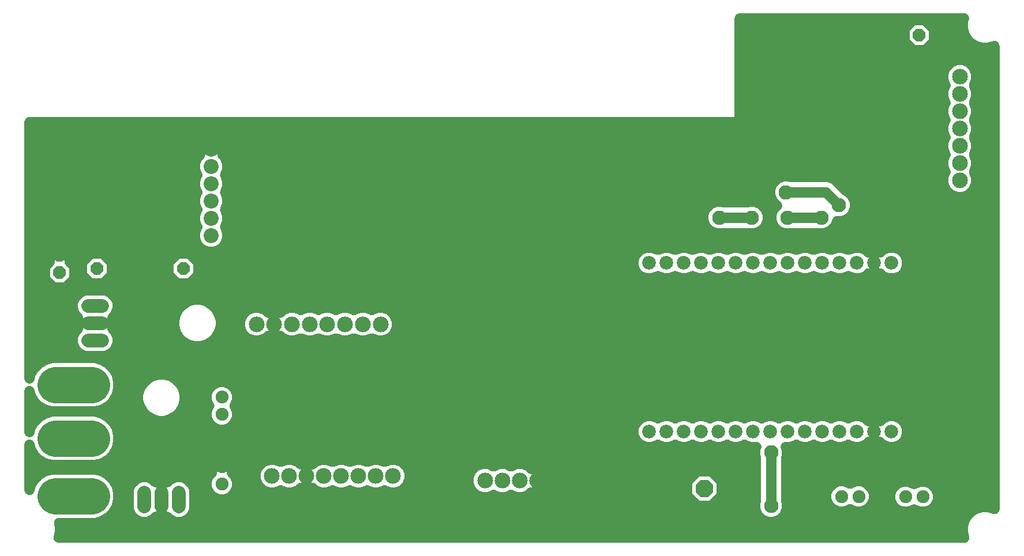
<source format=gbr>
G04 EAGLE Gerber RS-274X export*
G75*
%MOMM*%
%FSLAX34Y34*%
%LPD*%
%INTop Copper*%
%IPPOS*%
%AMOC8*
5,1,8,0,0,1.08239X$1,22.5*%
G01*
%ADD10C,2.316000*%
%ADD11C,1.916000*%
%ADD12C,2.216000*%
%ADD13C,2.016000*%
%ADD14C,2.032000*%
%ADD15P,1.979475X8X112.500000*%
%ADD16P,1.979475X8X202.500000*%
%ADD17C,5.324000*%
%ADD18P,1.979475X8X22.500000*%
%ADD19P,2.749271X8X22.500000*%
%ADD20C,2.117600*%
%ADD21C,1.500000*%

G36*
X1389477Y9939D02*
X1389477Y9939D01*
X1389604Y9937D01*
X1389863Y9959D01*
X1390124Y9973D01*
X1390249Y9992D01*
X1390376Y10003D01*
X1390631Y10052D01*
X1390889Y10092D01*
X1391011Y10125D01*
X1391136Y10148D01*
X1391386Y10224D01*
X1391637Y10290D01*
X1391756Y10335D01*
X1391878Y10371D01*
X1392118Y10472D01*
X1392362Y10564D01*
X1392475Y10621D01*
X1392592Y10670D01*
X1392821Y10794D01*
X1393054Y10911D01*
X1393161Y10979D01*
X1393272Y11040D01*
X1393487Y11188D01*
X1393706Y11328D01*
X1393806Y11406D01*
X1393911Y11478D01*
X1394109Y11648D01*
X1394313Y11809D01*
X1394403Y11898D01*
X1394500Y11980D01*
X1394680Y12169D01*
X1394866Y12351D01*
X1394947Y12449D01*
X1395035Y12540D01*
X1395194Y12746D01*
X1395360Y12947D01*
X1395431Y13052D01*
X1395509Y13153D01*
X1395646Y13374D01*
X1395791Y13590D01*
X1395850Y13702D01*
X1395917Y13811D01*
X1396031Y14045D01*
X1396153Y14275D01*
X1396200Y14393D01*
X1396256Y14507D01*
X1396345Y14752D01*
X1396442Y14993D01*
X1396477Y15115D01*
X1396521Y15235D01*
X1396584Y15488D01*
X1396656Y15737D01*
X1396678Y15862D01*
X1396709Y15986D01*
X1396746Y16244D01*
X1396791Y16500D01*
X1396801Y16626D01*
X1396819Y16752D01*
X1396829Y17013D01*
X1396848Y17272D01*
X1396844Y17399D01*
X1396849Y17526D01*
X1396832Y17785D01*
X1396825Y18046D01*
X1396808Y18172D01*
X1396799Y18298D01*
X1396769Y18455D01*
X1396721Y18813D01*
X1396624Y19216D01*
X1396594Y19373D01*
X1394695Y26460D01*
X1394695Y33085D01*
X1396410Y39484D01*
X1399722Y45221D01*
X1404407Y49906D01*
X1410144Y53218D01*
X1416543Y54933D01*
X1423169Y54933D01*
X1429568Y53218D01*
X1429856Y53051D01*
X1430153Y52900D01*
X1430449Y52744D01*
X1430498Y52724D01*
X1430546Y52699D01*
X1430857Y52579D01*
X1431167Y52454D01*
X1431219Y52440D01*
X1431268Y52420D01*
X1431590Y52333D01*
X1431911Y52241D01*
X1431964Y52231D01*
X1432015Y52217D01*
X1432346Y52163D01*
X1432674Y52105D01*
X1432727Y52101D01*
X1432779Y52092D01*
X1433114Y52073D01*
X1433446Y52048D01*
X1433499Y52050D01*
X1433552Y52047D01*
X1433886Y52062D01*
X1434220Y52072D01*
X1434273Y52079D01*
X1434326Y52081D01*
X1434656Y52130D01*
X1434987Y52175D01*
X1435039Y52187D01*
X1435092Y52195D01*
X1435415Y52278D01*
X1435740Y52357D01*
X1435790Y52374D01*
X1435842Y52388D01*
X1436155Y52504D01*
X1436470Y52615D01*
X1436518Y52638D01*
X1436568Y52656D01*
X1436868Y52804D01*
X1437169Y52947D01*
X1437215Y52975D01*
X1437263Y52999D01*
X1437546Y53176D01*
X1437831Y53350D01*
X1437873Y53382D01*
X1437918Y53410D01*
X1438182Y53617D01*
X1438447Y53818D01*
X1438486Y53855D01*
X1438528Y53888D01*
X1438769Y54120D01*
X1439012Y54348D01*
X1439047Y54388D01*
X1439085Y54425D01*
X1439300Y54681D01*
X1439519Y54933D01*
X1439550Y54977D01*
X1439584Y55018D01*
X1439771Y55293D01*
X1439963Y55568D01*
X1439989Y55614D01*
X1440019Y55658D01*
X1440177Y55953D01*
X1440339Y56244D01*
X1440360Y56293D01*
X1440386Y56340D01*
X1440512Y56649D01*
X1440644Y56956D01*
X1440660Y57007D01*
X1440680Y57056D01*
X1440775Y57377D01*
X1440873Y57696D01*
X1440884Y57748D01*
X1440899Y57799D01*
X1440960Y58128D01*
X1441025Y58455D01*
X1441029Y58498D01*
X1441040Y58560D01*
X1441102Y59332D01*
X1441099Y59463D01*
X1441105Y59546D01*
X1441105Y739998D01*
X1441088Y740332D01*
X1441076Y740665D01*
X1441068Y740718D01*
X1441065Y740771D01*
X1441014Y741101D01*
X1440967Y741432D01*
X1440954Y741484D01*
X1440946Y741536D01*
X1440861Y741858D01*
X1440780Y742183D01*
X1440762Y742234D01*
X1440748Y742285D01*
X1440630Y742596D01*
X1440516Y742911D01*
X1440493Y742960D01*
X1440474Y743009D01*
X1440325Y743307D01*
X1440179Y743608D01*
X1440151Y743654D01*
X1440127Y743701D01*
X1439947Y743984D01*
X1439772Y744267D01*
X1439739Y744309D01*
X1439710Y744354D01*
X1439503Y744616D01*
X1439299Y744880D01*
X1439262Y744919D01*
X1439229Y744960D01*
X1438995Y745199D01*
X1438765Y745441D01*
X1438724Y745476D01*
X1438687Y745514D01*
X1438430Y745727D01*
X1438176Y745944D01*
X1438132Y745974D01*
X1438091Y746008D01*
X1437813Y746194D01*
X1437539Y746383D01*
X1437492Y746409D01*
X1437448Y746439D01*
X1437152Y746595D01*
X1436859Y746755D01*
X1436810Y746775D01*
X1436763Y746800D01*
X1436453Y746925D01*
X1436145Y747054D01*
X1436094Y747070D01*
X1436045Y747090D01*
X1435724Y747182D01*
X1435404Y747279D01*
X1435352Y747289D01*
X1435301Y747303D01*
X1434972Y747362D01*
X1434644Y747425D01*
X1434591Y747430D01*
X1434538Y747439D01*
X1434205Y747464D01*
X1433873Y747493D01*
X1433819Y747492D01*
X1433766Y747496D01*
X1433433Y747486D01*
X1433098Y747480D01*
X1433045Y747474D01*
X1432992Y747472D01*
X1432662Y747428D01*
X1432330Y747388D01*
X1432278Y747376D01*
X1432225Y747369D01*
X1431899Y747290D01*
X1431574Y747217D01*
X1431524Y747200D01*
X1431472Y747187D01*
X1431156Y747076D01*
X1430841Y746969D01*
X1430802Y746950D01*
X1430742Y746929D01*
X1430043Y746597D01*
X1429931Y746529D01*
X1429856Y746493D01*
X1429568Y746326D01*
X1423169Y744611D01*
X1416543Y744611D01*
X1410144Y746326D01*
X1404407Y749638D01*
X1399722Y754323D01*
X1396410Y760060D01*
X1394695Y766459D01*
X1394695Y773084D01*
X1396165Y778571D01*
X1396192Y778696D01*
X1396227Y778817D01*
X1396272Y779073D01*
X1396327Y779328D01*
X1396341Y779455D01*
X1396363Y779580D01*
X1396382Y779839D01*
X1396410Y780098D01*
X1396410Y780225D01*
X1396419Y780352D01*
X1396411Y780612D01*
X1396412Y780872D01*
X1396400Y780999D01*
X1396396Y781126D01*
X1396361Y781384D01*
X1396335Y781643D01*
X1396310Y781767D01*
X1396293Y781893D01*
X1396232Y782146D01*
X1396179Y782401D01*
X1396141Y782523D01*
X1396111Y782646D01*
X1396024Y782891D01*
X1395946Y783140D01*
X1395895Y783256D01*
X1395853Y783376D01*
X1395741Y783611D01*
X1395637Y783850D01*
X1395575Y783961D01*
X1395520Y784075D01*
X1395385Y784297D01*
X1395257Y784524D01*
X1395184Y784628D01*
X1395118Y784737D01*
X1394960Y784944D01*
X1394810Y785156D01*
X1394726Y785252D01*
X1394649Y785353D01*
X1394471Y785543D01*
X1394299Y785739D01*
X1394206Y785825D01*
X1394119Y785918D01*
X1393923Y786088D01*
X1393732Y786265D01*
X1393630Y786342D01*
X1393534Y786425D01*
X1393321Y786574D01*
X1393113Y786731D01*
X1393004Y786796D01*
X1392900Y786869D01*
X1392673Y786996D01*
X1392449Y787130D01*
X1392334Y787184D01*
X1392223Y787245D01*
X1391984Y787348D01*
X1391748Y787458D01*
X1391628Y787500D01*
X1391511Y787550D01*
X1391263Y787627D01*
X1391017Y787713D01*
X1390893Y787742D01*
X1390772Y787779D01*
X1390517Y787830D01*
X1390263Y787890D01*
X1390137Y787907D01*
X1390013Y787931D01*
X1389853Y787943D01*
X1389495Y787989D01*
X1389081Y788000D01*
X1388922Y788011D01*
X1059856Y788011D01*
X1059549Y787995D01*
X1059242Y787986D01*
X1059163Y787975D01*
X1059083Y787971D01*
X1058780Y787924D01*
X1058475Y787883D01*
X1058397Y787864D01*
X1058318Y787852D01*
X1058022Y787774D01*
X1057722Y787701D01*
X1057646Y787674D01*
X1057569Y787654D01*
X1057283Y787546D01*
X1056992Y787443D01*
X1056920Y787408D01*
X1056845Y787380D01*
X1056571Y787243D01*
X1056293Y787111D01*
X1056224Y787069D01*
X1056153Y787033D01*
X1055894Y786868D01*
X1055631Y786708D01*
X1055568Y786660D01*
X1055500Y786616D01*
X1055260Y786426D01*
X1055015Y786239D01*
X1054956Y786185D01*
X1054894Y786135D01*
X1054674Y785920D01*
X1054450Y785710D01*
X1054398Y785649D01*
X1054340Y785593D01*
X1054144Y785356D01*
X1053943Y785125D01*
X1053897Y785059D01*
X1053846Y784997D01*
X1053675Y784742D01*
X1053499Y784490D01*
X1053460Y784420D01*
X1053416Y784354D01*
X1053272Y784082D01*
X1053123Y783814D01*
X1053091Y783740D01*
X1053054Y783669D01*
X1052939Y783384D01*
X1052818Y783102D01*
X1052794Y783025D01*
X1052764Y782951D01*
X1052680Y782656D01*
X1052589Y782362D01*
X1052573Y782284D01*
X1052551Y782207D01*
X1052497Y781905D01*
X1052437Y781603D01*
X1052432Y781539D01*
X1052415Y781444D01*
X1052358Y780672D01*
X1052361Y780576D01*
X1052357Y780512D01*
X1052357Y635653D01*
X17516Y635653D01*
X17209Y635637D01*
X16902Y635628D01*
X16823Y635617D01*
X16743Y635613D01*
X16440Y635566D01*
X16135Y635525D01*
X16057Y635506D01*
X15978Y635494D01*
X15681Y635416D01*
X15382Y635343D01*
X15306Y635316D01*
X15229Y635296D01*
X14943Y635188D01*
X14652Y635085D01*
X14580Y635050D01*
X14505Y635022D01*
X14231Y634885D01*
X13953Y634753D01*
X13884Y634711D01*
X13813Y634675D01*
X13554Y634510D01*
X13291Y634350D01*
X13228Y634302D01*
X13160Y634258D01*
X12920Y634068D01*
X12675Y633881D01*
X12616Y633827D01*
X12554Y633777D01*
X12334Y633562D01*
X12110Y633352D01*
X12058Y633291D01*
X12000Y633235D01*
X11804Y632998D01*
X11603Y632767D01*
X11557Y632701D01*
X11506Y632639D01*
X11335Y632384D01*
X11159Y632132D01*
X11120Y632062D01*
X11075Y631996D01*
X10932Y631724D01*
X10783Y631456D01*
X10751Y631382D01*
X10714Y631311D01*
X10599Y631026D01*
X10478Y630744D01*
X10454Y630667D01*
X10424Y630593D01*
X10340Y630298D01*
X10249Y630004D01*
X10233Y629926D01*
X10211Y629849D01*
X10157Y629547D01*
X10097Y629245D01*
X10092Y629181D01*
X10075Y629086D01*
X10018Y628314D01*
X10021Y628218D01*
X10017Y628154D01*
X10017Y251428D01*
X10026Y251248D01*
X10025Y251067D01*
X10046Y250861D01*
X10057Y250655D01*
X10085Y250476D01*
X10103Y250297D01*
X10144Y250094D01*
X10176Y249890D01*
X10222Y249715D01*
X10259Y249538D01*
X10321Y249341D01*
X10374Y249141D01*
X10438Y248972D01*
X10492Y248800D01*
X10575Y248610D01*
X10648Y248417D01*
X10729Y248256D01*
X10801Y248090D01*
X10902Y247909D01*
X10995Y247725D01*
X11092Y247572D01*
X11181Y247415D01*
X11300Y247246D01*
X11412Y247072D01*
X11524Y246931D01*
X11628Y246783D01*
X11765Y246628D01*
X11893Y246466D01*
X12019Y246337D01*
X12138Y246201D01*
X12290Y246060D01*
X12435Y245912D01*
X12574Y245797D01*
X12706Y245674D01*
X12871Y245550D01*
X13031Y245418D01*
X13180Y245318D01*
X13325Y245209D01*
X13502Y245102D01*
X13674Y244987D01*
X13834Y244903D01*
X13988Y244810D01*
X14176Y244722D01*
X14359Y244626D01*
X14526Y244558D01*
X14690Y244482D01*
X14885Y244414D01*
X15077Y244336D01*
X15251Y244286D01*
X15421Y244227D01*
X15622Y244180D01*
X15821Y244123D01*
X15999Y244091D01*
X16174Y244050D01*
X16380Y244023D01*
X16584Y243987D01*
X16764Y243974D01*
X16942Y243951D01*
X17149Y243945D01*
X17356Y243930D01*
X17536Y243936D01*
X17717Y243931D01*
X17923Y243947D01*
X18130Y243954D01*
X18309Y243978D01*
X18488Y243992D01*
X18692Y244029D01*
X18897Y244057D01*
X19073Y244099D01*
X19250Y244132D01*
X19449Y244190D01*
X19650Y244239D01*
X19820Y244299D01*
X19993Y244349D01*
X20184Y244428D01*
X20380Y244497D01*
X20543Y244574D01*
X20710Y244643D01*
X20892Y244740D01*
X21079Y244829D01*
X21233Y244923D01*
X21392Y245008D01*
X21564Y245124D01*
X21741Y245232D01*
X21884Y245341D01*
X22034Y245442D01*
X22192Y245575D01*
X22357Y245700D01*
X22489Y245824D01*
X22627Y245940D01*
X22771Y246088D01*
X22922Y246230D01*
X23040Y246367D01*
X23165Y246496D01*
X23293Y246659D01*
X23429Y246815D01*
X23532Y246963D01*
X23644Y247105D01*
X23754Y247280D01*
X23873Y247449D01*
X23961Y247607D01*
X24057Y247760D01*
X24149Y247945D01*
X24249Y248126D01*
X24320Y248292D01*
X24400Y248454D01*
X24447Y248589D01*
X24554Y248838D01*
X24718Y249368D01*
X24760Y249487D01*
X26076Y254398D01*
X30249Y261627D01*
X36151Y267529D01*
X43380Y271702D01*
X51442Y273863D01*
X113030Y273863D01*
X121092Y271702D01*
X128321Y267529D01*
X134223Y261627D01*
X138396Y254398D01*
X140557Y246336D01*
X140557Y237988D01*
X138396Y229926D01*
X134223Y222697D01*
X128321Y216795D01*
X121092Y212622D01*
X113030Y210461D01*
X51442Y210461D01*
X43380Y212622D01*
X36151Y216795D01*
X30249Y222697D01*
X26076Y229926D01*
X24760Y234837D01*
X24704Y235009D01*
X24658Y235183D01*
X24585Y235376D01*
X24521Y235574D01*
X24448Y235739D01*
X24384Y235907D01*
X24291Y236092D01*
X24208Y236282D01*
X24118Y236438D01*
X24037Y236599D01*
X23926Y236774D01*
X23823Y236954D01*
X23717Y237100D01*
X23620Y237252D01*
X23492Y237414D01*
X23371Y237582D01*
X23251Y237717D01*
X23139Y237858D01*
X22994Y238006D01*
X22856Y238161D01*
X22723Y238283D01*
X22597Y238412D01*
X22438Y238544D01*
X22285Y238684D01*
X22140Y238791D01*
X22001Y238906D01*
X21829Y239021D01*
X21663Y239145D01*
X21508Y239236D01*
X21358Y239337D01*
X21175Y239433D01*
X20996Y239539D01*
X20833Y239614D01*
X20673Y239698D01*
X20481Y239776D01*
X20293Y239862D01*
X20122Y239920D01*
X19955Y239988D01*
X19756Y240045D01*
X19560Y240112D01*
X19384Y240152D01*
X19211Y240201D01*
X19007Y240238D01*
X18805Y240284D01*
X18626Y240306D01*
X18448Y240337D01*
X18242Y240352D01*
X18036Y240377D01*
X17856Y240381D01*
X17676Y240394D01*
X17470Y240387D01*
X17262Y240391D01*
X17082Y240376D01*
X16902Y240370D01*
X16697Y240343D01*
X16491Y240325D01*
X16314Y240291D01*
X16135Y240267D01*
X15934Y240219D01*
X15730Y240180D01*
X15557Y240128D01*
X15382Y240085D01*
X15187Y240016D01*
X14989Y239957D01*
X14822Y239887D01*
X14652Y239827D01*
X14465Y239738D01*
X14274Y239658D01*
X14116Y239572D01*
X13953Y239495D01*
X13776Y239387D01*
X13594Y239288D01*
X13445Y239186D01*
X13291Y239092D01*
X13127Y238967D01*
X12956Y238850D01*
X12819Y238733D01*
X12675Y238624D01*
X12524Y238482D01*
X12366Y238348D01*
X12242Y238217D01*
X12110Y238094D01*
X11975Y237937D01*
X11832Y237788D01*
X11721Y237645D01*
X11603Y237509D01*
X11484Y237339D01*
X11358Y237176D01*
X11262Y237022D01*
X11159Y236875D01*
X11058Y236693D01*
X10949Y236518D01*
X10870Y236356D01*
X10783Y236198D01*
X10701Y236007D01*
X10611Y235821D01*
X10549Y235652D01*
X10478Y235486D01*
X10417Y235288D01*
X10346Y235094D01*
X10302Y234919D01*
X10249Y234746D01*
X10208Y234544D01*
X10158Y234343D01*
X10132Y234164D01*
X10097Y233987D01*
X10086Y233844D01*
X10048Y233576D01*
X10026Y233022D01*
X10017Y232896D01*
X10017Y172688D01*
X10026Y172508D01*
X10025Y172327D01*
X10046Y172121D01*
X10057Y171915D01*
X10085Y171736D01*
X10103Y171557D01*
X10144Y171354D01*
X10176Y171150D01*
X10222Y170975D01*
X10259Y170798D01*
X10321Y170601D01*
X10374Y170401D01*
X10438Y170232D01*
X10492Y170060D01*
X10575Y169870D01*
X10648Y169677D01*
X10729Y169516D01*
X10801Y169350D01*
X10902Y169169D01*
X10995Y168985D01*
X11092Y168832D01*
X11181Y168675D01*
X11300Y168506D01*
X11412Y168332D01*
X11524Y168191D01*
X11628Y168043D01*
X11765Y167888D01*
X11893Y167726D01*
X12019Y167597D01*
X12138Y167461D01*
X12290Y167320D01*
X12435Y167172D01*
X12574Y167057D01*
X12706Y166934D01*
X12871Y166810D01*
X13031Y166678D01*
X13180Y166578D01*
X13325Y166469D01*
X13502Y166362D01*
X13674Y166247D01*
X13834Y166163D01*
X13988Y166070D01*
X14176Y165982D01*
X14359Y165886D01*
X14526Y165818D01*
X14690Y165742D01*
X14885Y165674D01*
X15077Y165596D01*
X15251Y165546D01*
X15421Y165487D01*
X15622Y165440D01*
X15821Y165383D01*
X15999Y165351D01*
X16174Y165310D01*
X16380Y165283D01*
X16584Y165247D01*
X16764Y165234D01*
X16942Y165211D01*
X17149Y165205D01*
X17356Y165190D01*
X17536Y165196D01*
X17717Y165191D01*
X17923Y165207D01*
X18130Y165214D01*
X18309Y165238D01*
X18488Y165252D01*
X18692Y165289D01*
X18897Y165317D01*
X19073Y165359D01*
X19250Y165392D01*
X19449Y165450D01*
X19650Y165499D01*
X19820Y165559D01*
X19993Y165609D01*
X20184Y165688D01*
X20380Y165757D01*
X20543Y165834D01*
X20710Y165903D01*
X20892Y166000D01*
X21079Y166089D01*
X21233Y166183D01*
X21392Y166268D01*
X21564Y166384D01*
X21741Y166492D01*
X21884Y166601D01*
X22034Y166702D01*
X22192Y166835D01*
X22357Y166960D01*
X22489Y167084D01*
X22627Y167200D01*
X22771Y167348D01*
X22922Y167490D01*
X23040Y167627D01*
X23165Y167756D01*
X23293Y167919D01*
X23429Y168075D01*
X23532Y168223D01*
X23644Y168365D01*
X23754Y168540D01*
X23873Y168709D01*
X23961Y168867D01*
X24057Y169020D01*
X24149Y169205D01*
X24249Y169386D01*
X24320Y169552D01*
X24400Y169714D01*
X24447Y169849D01*
X24554Y170098D01*
X24718Y170628D01*
X24760Y170747D01*
X26076Y175658D01*
X30249Y182887D01*
X36151Y188789D01*
X43380Y192962D01*
X51442Y195123D01*
X113030Y195123D01*
X121092Y192962D01*
X128321Y188789D01*
X134223Y182887D01*
X138396Y175658D01*
X140557Y167596D01*
X140557Y159248D01*
X138396Y151186D01*
X134223Y143957D01*
X128321Y138055D01*
X121092Y133882D01*
X113030Y131721D01*
X51442Y131721D01*
X43380Y133882D01*
X36151Y138055D01*
X30249Y143957D01*
X26076Y151186D01*
X24760Y156097D01*
X24704Y156269D01*
X24658Y156443D01*
X24585Y156636D01*
X24521Y156834D01*
X24448Y156999D01*
X24384Y157167D01*
X24291Y157352D01*
X24208Y157542D01*
X24118Y157698D01*
X24037Y157859D01*
X23926Y158034D01*
X23823Y158214D01*
X23717Y158360D01*
X23620Y158512D01*
X23492Y158674D01*
X23371Y158842D01*
X23251Y158977D01*
X23139Y159118D01*
X22994Y159266D01*
X22856Y159421D01*
X22723Y159543D01*
X22597Y159672D01*
X22438Y159804D01*
X22285Y159944D01*
X22140Y160051D01*
X22001Y160166D01*
X21829Y160281D01*
X21663Y160405D01*
X21508Y160496D01*
X21358Y160597D01*
X21175Y160693D01*
X20996Y160799D01*
X20833Y160874D01*
X20673Y160958D01*
X20481Y161036D01*
X20293Y161122D01*
X20122Y161180D01*
X19955Y161248D01*
X19756Y161305D01*
X19560Y161372D01*
X19384Y161412D01*
X19211Y161461D01*
X19007Y161498D01*
X18805Y161544D01*
X18626Y161566D01*
X18448Y161597D01*
X18242Y161612D01*
X18036Y161637D01*
X17856Y161641D01*
X17676Y161654D01*
X17470Y161647D01*
X17262Y161651D01*
X17082Y161636D01*
X16902Y161630D01*
X16697Y161603D01*
X16491Y161585D01*
X16314Y161551D01*
X16135Y161527D01*
X15934Y161479D01*
X15730Y161440D01*
X15557Y161388D01*
X15382Y161345D01*
X15187Y161276D01*
X14989Y161217D01*
X14822Y161147D01*
X14652Y161087D01*
X14465Y160998D01*
X14274Y160918D01*
X14116Y160832D01*
X13953Y160755D01*
X13776Y160647D01*
X13594Y160548D01*
X13445Y160446D01*
X13291Y160352D01*
X13127Y160227D01*
X12956Y160110D01*
X12819Y159993D01*
X12675Y159884D01*
X12524Y159742D01*
X12366Y159608D01*
X12242Y159477D01*
X12110Y159354D01*
X11975Y159197D01*
X11832Y159048D01*
X11721Y158905D01*
X11603Y158769D01*
X11484Y158599D01*
X11358Y158436D01*
X11262Y158282D01*
X11159Y158135D01*
X11058Y157953D01*
X10949Y157778D01*
X10870Y157616D01*
X10783Y157458D01*
X10701Y157267D01*
X10611Y157081D01*
X10549Y156912D01*
X10478Y156746D01*
X10417Y156548D01*
X10346Y156354D01*
X10302Y156179D01*
X10249Y156006D01*
X10208Y155804D01*
X10158Y155603D01*
X10132Y155424D01*
X10097Y155247D01*
X10086Y155104D01*
X10048Y154836D01*
X10026Y154282D01*
X10017Y154156D01*
X10017Y87598D01*
X10026Y87418D01*
X10025Y87237D01*
X10046Y87031D01*
X10057Y86825D01*
X10085Y86646D01*
X10103Y86467D01*
X10144Y86264D01*
X10176Y86060D01*
X10222Y85885D01*
X10259Y85708D01*
X10321Y85511D01*
X10374Y85311D01*
X10438Y85142D01*
X10492Y84970D01*
X10575Y84780D01*
X10648Y84587D01*
X10729Y84425D01*
X10801Y84260D01*
X10902Y84079D01*
X10995Y83895D01*
X11092Y83742D01*
X11181Y83585D01*
X11300Y83416D01*
X11412Y83242D01*
X11524Y83101D01*
X11628Y82953D01*
X11765Y82798D01*
X11893Y82636D01*
X12019Y82507D01*
X12138Y82371D01*
X12290Y82230D01*
X12435Y82082D01*
X12574Y81967D01*
X12706Y81844D01*
X12871Y81720D01*
X13031Y81588D01*
X13180Y81488D01*
X13325Y81379D01*
X13502Y81272D01*
X13674Y81157D01*
X13834Y81073D01*
X13988Y80980D01*
X14176Y80892D01*
X14359Y80796D01*
X14526Y80728D01*
X14690Y80652D01*
X14885Y80584D01*
X15077Y80506D01*
X15251Y80456D01*
X15421Y80397D01*
X15622Y80350D01*
X15821Y80293D01*
X15999Y80261D01*
X16174Y80220D01*
X16380Y80193D01*
X16584Y80157D01*
X16764Y80144D01*
X16942Y80121D01*
X17149Y80115D01*
X17356Y80100D01*
X17536Y80106D01*
X17717Y80101D01*
X17923Y80117D01*
X18130Y80124D01*
X18309Y80148D01*
X18488Y80162D01*
X18692Y80199D01*
X18897Y80227D01*
X19073Y80269D01*
X19250Y80302D01*
X19449Y80360D01*
X19650Y80409D01*
X19820Y80469D01*
X19993Y80519D01*
X20184Y80598D01*
X20380Y80667D01*
X20543Y80744D01*
X20710Y80813D01*
X20892Y80910D01*
X21079Y80999D01*
X21233Y81093D01*
X21392Y81178D01*
X21564Y81294D01*
X21741Y81402D01*
X21884Y81511D01*
X22034Y81612D01*
X22192Y81745D01*
X22357Y81870D01*
X22489Y81994D01*
X22627Y82110D01*
X22771Y82258D01*
X22922Y82400D01*
X23040Y82537D01*
X23165Y82666D01*
X23293Y82829D01*
X23429Y82985D01*
X23532Y83133D01*
X23644Y83275D01*
X23754Y83450D01*
X23873Y83619D01*
X23961Y83777D01*
X24057Y83930D01*
X24149Y84115D01*
X24249Y84296D01*
X24320Y84462D01*
X24400Y84624D01*
X24447Y84759D01*
X24554Y85008D01*
X24718Y85538D01*
X24760Y85657D01*
X26076Y90568D01*
X30249Y97797D01*
X36151Y103699D01*
X43380Y107872D01*
X51442Y110033D01*
X113030Y110033D01*
X121092Y107872D01*
X128321Y103699D01*
X134223Y97797D01*
X138396Y90568D01*
X140557Y82506D01*
X140557Y74158D01*
X138396Y66096D01*
X134223Y58867D01*
X128321Y52965D01*
X121092Y48792D01*
X113030Y46631D01*
X61160Y46631D01*
X61033Y46625D01*
X60906Y46627D01*
X60647Y46605D01*
X60387Y46591D01*
X60261Y46572D01*
X60135Y46561D01*
X59879Y46512D01*
X59622Y46472D01*
X59499Y46439D01*
X59374Y46416D01*
X59125Y46340D01*
X58873Y46274D01*
X58755Y46229D01*
X58633Y46193D01*
X58392Y46092D01*
X58149Y46000D01*
X58035Y45943D01*
X57918Y45894D01*
X57690Y45770D01*
X57457Y45653D01*
X57350Y45585D01*
X57238Y45524D01*
X57023Y45376D01*
X56804Y45236D01*
X56705Y45158D01*
X56600Y45086D01*
X56401Y44916D01*
X56198Y44755D01*
X56107Y44666D01*
X56010Y44584D01*
X55831Y44395D01*
X55645Y44213D01*
X55563Y44115D01*
X55476Y44024D01*
X55316Y43818D01*
X55150Y43617D01*
X55079Y43512D01*
X55002Y43411D01*
X54864Y43190D01*
X54720Y42974D01*
X54660Y42862D01*
X54593Y42753D01*
X54479Y42519D01*
X54358Y42289D01*
X54310Y42171D01*
X54255Y42057D01*
X54166Y41812D01*
X54068Y41571D01*
X54033Y41449D01*
X53990Y41329D01*
X53927Y41077D01*
X53855Y40827D01*
X53833Y40702D01*
X53802Y40578D01*
X53765Y40320D01*
X53719Y40064D01*
X53710Y39938D01*
X53692Y39812D01*
X53682Y39551D01*
X53663Y39292D01*
X53666Y39165D01*
X53661Y39038D01*
X53678Y38779D01*
X53686Y38518D01*
X53703Y38392D01*
X53711Y38266D01*
X53741Y38109D01*
X53789Y37751D01*
X53886Y37348D01*
X53916Y37191D01*
X55017Y33084D01*
X55017Y26460D01*
X53118Y19373D01*
X53091Y19248D01*
X53056Y19127D01*
X53011Y18871D01*
X52956Y18616D01*
X52943Y18489D01*
X52921Y18364D01*
X52902Y18105D01*
X52874Y17846D01*
X52873Y17719D01*
X52864Y17592D01*
X52872Y17332D01*
X52871Y17072D01*
X52884Y16945D01*
X52887Y16818D01*
X52922Y16560D01*
X52948Y16301D01*
X52974Y16177D01*
X52991Y16051D01*
X53052Y15797D01*
X53104Y15543D01*
X53142Y15422D01*
X53172Y15298D01*
X53259Y15052D01*
X53338Y14804D01*
X53388Y14688D01*
X53431Y14568D01*
X53542Y14333D01*
X53646Y14094D01*
X53708Y13983D01*
X53763Y13869D01*
X53898Y13647D01*
X54026Y13420D01*
X54100Y13316D01*
X54166Y13207D01*
X54323Y13000D01*
X54474Y12788D01*
X54557Y12692D01*
X54634Y12591D01*
X54812Y12401D01*
X54984Y12205D01*
X55077Y12119D01*
X55164Y12026D01*
X55361Y11856D01*
X55551Y11679D01*
X55653Y11602D01*
X55749Y11519D01*
X55962Y11370D01*
X56170Y11213D01*
X56279Y11148D01*
X56383Y11075D01*
X56611Y10948D01*
X56834Y10814D01*
X56949Y10760D01*
X57060Y10699D01*
X57300Y10596D01*
X57535Y10486D01*
X57655Y10444D01*
X57772Y10394D01*
X58021Y10317D01*
X58266Y10231D01*
X58390Y10202D01*
X58511Y10165D01*
X58766Y10113D01*
X59020Y10054D01*
X59146Y10037D01*
X59271Y10013D01*
X59430Y10001D01*
X59788Y9955D01*
X60202Y9944D01*
X60362Y9933D01*
X1389350Y9933D01*
X1389477Y9939D01*
G37*
%LPC*%
G36*
X1102739Y48103D02*
X1102739Y48103D01*
X1096980Y50489D01*
X1092573Y54896D01*
X1090187Y60655D01*
X1090187Y66898D01*
X1090215Y66975D01*
X1090274Y67114D01*
X1090344Y67340D01*
X1090423Y67563D01*
X1090459Y67710D01*
X1090503Y67853D01*
X1090550Y68085D01*
X1090606Y68316D01*
X1090626Y68465D01*
X1090655Y68612D01*
X1090667Y68767D01*
X1090710Y69083D01*
X1090724Y69552D01*
X1090735Y69703D01*
X1090735Y136603D01*
X1090727Y136753D01*
X1090729Y136903D01*
X1090708Y137139D01*
X1090695Y137376D01*
X1090672Y137524D01*
X1090658Y137674D01*
X1090612Y137907D01*
X1090576Y138141D01*
X1090537Y138286D01*
X1090508Y138434D01*
X1090460Y138581D01*
X1090378Y138890D01*
X1090212Y139328D01*
X1090187Y139403D01*
X1090187Y145651D01*
X1091137Y147944D01*
X1091189Y148089D01*
X1091249Y148231D01*
X1091318Y148454D01*
X1091396Y148674D01*
X1091432Y148823D01*
X1091478Y148971D01*
X1091524Y149199D01*
X1091578Y149426D01*
X1091599Y149579D01*
X1091629Y149730D01*
X1091651Y149962D01*
X1091682Y150193D01*
X1091687Y150348D01*
X1091701Y150501D01*
X1091699Y150734D01*
X1091706Y150967D01*
X1091695Y151121D01*
X1091694Y151275D01*
X1091667Y151507D01*
X1091651Y151740D01*
X1091624Y151891D01*
X1091606Y152044D01*
X1091556Y152272D01*
X1091515Y152502D01*
X1091473Y152650D01*
X1091440Y152801D01*
X1091367Y153022D01*
X1091302Y153246D01*
X1091245Y153389D01*
X1091197Y153536D01*
X1091101Y153749D01*
X1091014Y153965D01*
X1090942Y154101D01*
X1090879Y154242D01*
X1090761Y154443D01*
X1090653Y154650D01*
X1090567Y154778D01*
X1090490Y154911D01*
X1090352Y155100D01*
X1090223Y155294D01*
X1090124Y155412D01*
X1090034Y155537D01*
X1089877Y155711D01*
X1089729Y155890D01*
X1089619Y155998D01*
X1089515Y156112D01*
X1089343Y156269D01*
X1089176Y156432D01*
X1089055Y156528D01*
X1088941Y156631D01*
X1088753Y156769D01*
X1088570Y156914D01*
X1088440Y156997D01*
X1088316Y157088D01*
X1088114Y157206D01*
X1087918Y157332D01*
X1087780Y157401D01*
X1087647Y157478D01*
X1087434Y157575D01*
X1087226Y157679D01*
X1087082Y157734D01*
X1086941Y157797D01*
X1086720Y157871D01*
X1086502Y157954D01*
X1086353Y157993D01*
X1086207Y158042D01*
X1085979Y158092D01*
X1085753Y158152D01*
X1085601Y158176D01*
X1085451Y158209D01*
X1085219Y158236D01*
X1084988Y158272D01*
X1084835Y158280D01*
X1084681Y158298D01*
X1084448Y158301D01*
X1084215Y158313D01*
X1084061Y158305D01*
X1083907Y158307D01*
X1083675Y158285D01*
X1083442Y158274D01*
X1083290Y158250D01*
X1083136Y158236D01*
X1083012Y158211D01*
X1076440Y158211D01*
X1069626Y161034D01*
X1069556Y161059D01*
X1069489Y161089D01*
X1069192Y161188D01*
X1068896Y161293D01*
X1068825Y161310D01*
X1068755Y161334D01*
X1068448Y161401D01*
X1068144Y161475D01*
X1068071Y161485D01*
X1067999Y161501D01*
X1067688Y161537D01*
X1067376Y161579D01*
X1067303Y161581D01*
X1067230Y161590D01*
X1066917Y161593D01*
X1066602Y161603D01*
X1066529Y161598D01*
X1066455Y161599D01*
X1066143Y161570D01*
X1065830Y161547D01*
X1065758Y161535D01*
X1065684Y161528D01*
X1065377Y161467D01*
X1065068Y161412D01*
X1064997Y161392D01*
X1064925Y161378D01*
X1064783Y161331D01*
X1064323Y161199D01*
X1064032Y161082D01*
X1063886Y161034D01*
X1057072Y158211D01*
X1051040Y158211D01*
X1044226Y161034D01*
X1044156Y161059D01*
X1044089Y161089D01*
X1043792Y161188D01*
X1043496Y161293D01*
X1043425Y161310D01*
X1043355Y161334D01*
X1043048Y161401D01*
X1042744Y161475D01*
X1042671Y161485D01*
X1042599Y161501D01*
X1042288Y161537D01*
X1041976Y161579D01*
X1041903Y161581D01*
X1041830Y161590D01*
X1041517Y161593D01*
X1041202Y161603D01*
X1041129Y161598D01*
X1041055Y161599D01*
X1040743Y161570D01*
X1040430Y161547D01*
X1040358Y161535D01*
X1040284Y161528D01*
X1039977Y161467D01*
X1039668Y161412D01*
X1039597Y161392D01*
X1039525Y161378D01*
X1039383Y161331D01*
X1038923Y161199D01*
X1038632Y161082D01*
X1038486Y161034D01*
X1031672Y158211D01*
X1025640Y158211D01*
X1018826Y161034D01*
X1018756Y161059D01*
X1018689Y161089D01*
X1018392Y161188D01*
X1018096Y161293D01*
X1018025Y161310D01*
X1017955Y161334D01*
X1017648Y161401D01*
X1017344Y161475D01*
X1017271Y161485D01*
X1017199Y161501D01*
X1016888Y161537D01*
X1016576Y161579D01*
X1016503Y161581D01*
X1016430Y161590D01*
X1016117Y161593D01*
X1015802Y161603D01*
X1015729Y161598D01*
X1015655Y161599D01*
X1015343Y161570D01*
X1015030Y161547D01*
X1014958Y161535D01*
X1014884Y161528D01*
X1014577Y161467D01*
X1014268Y161412D01*
X1014197Y161392D01*
X1014125Y161378D01*
X1013983Y161331D01*
X1013523Y161199D01*
X1013232Y161082D01*
X1013086Y161034D01*
X1006272Y158211D01*
X1000240Y158211D01*
X993426Y161034D01*
X993356Y161059D01*
X993289Y161089D01*
X992992Y161188D01*
X992696Y161293D01*
X992625Y161310D01*
X992555Y161334D01*
X992248Y161401D01*
X991944Y161475D01*
X991871Y161485D01*
X991799Y161501D01*
X991488Y161537D01*
X991176Y161579D01*
X991103Y161581D01*
X991030Y161590D01*
X990717Y161593D01*
X990402Y161603D01*
X990329Y161598D01*
X990255Y161599D01*
X989943Y161570D01*
X989630Y161547D01*
X989558Y161535D01*
X989484Y161528D01*
X989177Y161467D01*
X988868Y161412D01*
X988797Y161392D01*
X988725Y161378D01*
X988583Y161331D01*
X988123Y161199D01*
X987832Y161082D01*
X987686Y161034D01*
X980872Y158211D01*
X974840Y158211D01*
X968026Y161034D01*
X967956Y161059D01*
X967889Y161089D01*
X967592Y161188D01*
X967296Y161293D01*
X967225Y161310D01*
X967155Y161334D01*
X966848Y161401D01*
X966544Y161475D01*
X966471Y161485D01*
X966399Y161501D01*
X966088Y161537D01*
X965776Y161579D01*
X965703Y161581D01*
X965630Y161590D01*
X965317Y161593D01*
X965002Y161603D01*
X964929Y161598D01*
X964855Y161599D01*
X964543Y161570D01*
X964230Y161547D01*
X964158Y161535D01*
X964084Y161528D01*
X963777Y161467D01*
X963468Y161412D01*
X963397Y161392D01*
X963325Y161378D01*
X963183Y161331D01*
X962723Y161199D01*
X962432Y161082D01*
X962286Y161034D01*
X955472Y158211D01*
X949440Y158211D01*
X942626Y161034D01*
X942556Y161059D01*
X942489Y161089D01*
X942192Y161188D01*
X941896Y161293D01*
X941825Y161310D01*
X941755Y161334D01*
X941448Y161401D01*
X941144Y161475D01*
X941071Y161485D01*
X940999Y161501D01*
X940688Y161537D01*
X940376Y161579D01*
X940303Y161581D01*
X940230Y161590D01*
X939917Y161593D01*
X939602Y161603D01*
X939529Y161598D01*
X939455Y161599D01*
X939143Y161570D01*
X938830Y161547D01*
X938758Y161535D01*
X938684Y161528D01*
X938377Y161467D01*
X938068Y161412D01*
X937997Y161392D01*
X937925Y161378D01*
X937783Y161331D01*
X937323Y161199D01*
X937032Y161082D01*
X936886Y161034D01*
X930072Y158211D01*
X924040Y158211D01*
X918468Y160519D01*
X914203Y164784D01*
X911895Y170356D01*
X911895Y176388D01*
X914203Y181960D01*
X918468Y186225D01*
X924040Y188533D01*
X930072Y188533D01*
X936886Y185710D01*
X936956Y185685D01*
X937023Y185655D01*
X937320Y185556D01*
X937616Y185451D01*
X937687Y185434D01*
X937757Y185410D01*
X938064Y185342D01*
X938368Y185269D01*
X938441Y185259D01*
X938513Y185243D01*
X938825Y185207D01*
X939136Y185165D01*
X939209Y185163D01*
X939282Y185154D01*
X939595Y185151D01*
X939910Y185141D01*
X939983Y185146D01*
X940057Y185145D01*
X940369Y185174D01*
X940682Y185197D01*
X940754Y185209D01*
X940828Y185216D01*
X941135Y185277D01*
X941444Y185332D01*
X941515Y185352D01*
X941587Y185366D01*
X941729Y185413D01*
X942189Y185545D01*
X942480Y185662D01*
X942626Y185710D01*
X949440Y188533D01*
X955472Y188533D01*
X962286Y185710D01*
X962356Y185685D01*
X962423Y185655D01*
X962720Y185556D01*
X963016Y185451D01*
X963087Y185434D01*
X963157Y185410D01*
X963464Y185342D01*
X963768Y185269D01*
X963841Y185259D01*
X963913Y185243D01*
X964225Y185207D01*
X964536Y185165D01*
X964609Y185163D01*
X964682Y185154D01*
X964995Y185151D01*
X965310Y185141D01*
X965383Y185146D01*
X965457Y185145D01*
X965769Y185174D01*
X966082Y185197D01*
X966154Y185209D01*
X966228Y185216D01*
X966535Y185277D01*
X966844Y185332D01*
X966915Y185352D01*
X966987Y185366D01*
X967129Y185413D01*
X967589Y185545D01*
X967880Y185662D01*
X968026Y185710D01*
X974840Y188533D01*
X980872Y188533D01*
X987686Y185710D01*
X987756Y185685D01*
X987823Y185655D01*
X988120Y185556D01*
X988416Y185451D01*
X988487Y185434D01*
X988557Y185410D01*
X988864Y185342D01*
X989168Y185269D01*
X989241Y185259D01*
X989313Y185243D01*
X989625Y185207D01*
X989936Y185165D01*
X990009Y185163D01*
X990082Y185154D01*
X990395Y185151D01*
X990710Y185141D01*
X990783Y185146D01*
X990857Y185145D01*
X991169Y185174D01*
X991482Y185197D01*
X991554Y185209D01*
X991628Y185216D01*
X991935Y185277D01*
X992244Y185332D01*
X992315Y185352D01*
X992387Y185366D01*
X992529Y185413D01*
X992989Y185545D01*
X993280Y185662D01*
X993426Y185710D01*
X1000240Y188533D01*
X1006272Y188533D01*
X1013086Y185710D01*
X1013156Y185685D01*
X1013223Y185655D01*
X1013520Y185556D01*
X1013816Y185451D01*
X1013887Y185434D01*
X1013957Y185410D01*
X1014264Y185342D01*
X1014568Y185269D01*
X1014641Y185259D01*
X1014713Y185243D01*
X1015025Y185207D01*
X1015336Y185165D01*
X1015409Y185163D01*
X1015482Y185154D01*
X1015795Y185151D01*
X1016110Y185141D01*
X1016183Y185146D01*
X1016257Y185145D01*
X1016569Y185174D01*
X1016882Y185197D01*
X1016954Y185209D01*
X1017028Y185216D01*
X1017335Y185277D01*
X1017644Y185332D01*
X1017715Y185352D01*
X1017787Y185366D01*
X1017929Y185413D01*
X1018389Y185545D01*
X1018680Y185662D01*
X1018826Y185710D01*
X1025640Y188533D01*
X1031672Y188533D01*
X1038486Y185710D01*
X1038556Y185685D01*
X1038623Y185655D01*
X1038920Y185556D01*
X1039216Y185451D01*
X1039287Y185434D01*
X1039357Y185410D01*
X1039664Y185342D01*
X1039968Y185269D01*
X1040041Y185259D01*
X1040113Y185243D01*
X1040425Y185207D01*
X1040736Y185165D01*
X1040809Y185163D01*
X1040882Y185154D01*
X1041195Y185151D01*
X1041510Y185141D01*
X1041583Y185146D01*
X1041657Y185145D01*
X1041969Y185174D01*
X1042282Y185197D01*
X1042354Y185209D01*
X1042428Y185216D01*
X1042735Y185277D01*
X1043044Y185332D01*
X1043115Y185352D01*
X1043187Y185366D01*
X1043329Y185413D01*
X1043789Y185545D01*
X1044080Y185662D01*
X1044226Y185710D01*
X1051040Y188533D01*
X1057072Y188533D01*
X1063886Y185710D01*
X1063956Y185685D01*
X1064023Y185655D01*
X1064320Y185556D01*
X1064616Y185451D01*
X1064687Y185434D01*
X1064757Y185410D01*
X1065064Y185342D01*
X1065368Y185269D01*
X1065441Y185259D01*
X1065513Y185243D01*
X1065825Y185207D01*
X1066136Y185165D01*
X1066209Y185163D01*
X1066282Y185154D01*
X1066595Y185151D01*
X1066910Y185141D01*
X1066983Y185146D01*
X1067057Y185145D01*
X1067369Y185174D01*
X1067682Y185197D01*
X1067754Y185209D01*
X1067828Y185216D01*
X1068135Y185277D01*
X1068444Y185332D01*
X1068515Y185352D01*
X1068587Y185366D01*
X1068729Y185413D01*
X1069189Y185545D01*
X1069480Y185662D01*
X1069626Y185710D01*
X1076440Y188533D01*
X1082472Y188533D01*
X1089286Y185710D01*
X1089356Y185685D01*
X1089423Y185655D01*
X1089720Y185556D01*
X1090016Y185451D01*
X1090087Y185434D01*
X1090157Y185410D01*
X1090464Y185342D01*
X1090768Y185269D01*
X1090841Y185259D01*
X1090913Y185243D01*
X1091225Y185207D01*
X1091536Y185165D01*
X1091609Y185163D01*
X1091682Y185154D01*
X1091995Y185151D01*
X1092310Y185141D01*
X1092383Y185146D01*
X1092457Y185145D01*
X1092769Y185174D01*
X1093082Y185197D01*
X1093154Y185209D01*
X1093228Y185216D01*
X1093535Y185277D01*
X1093844Y185332D01*
X1093915Y185352D01*
X1093987Y185366D01*
X1094129Y185413D01*
X1094589Y185545D01*
X1094880Y185662D01*
X1095026Y185710D01*
X1101840Y188533D01*
X1107872Y188533D01*
X1114686Y185710D01*
X1114756Y185685D01*
X1114823Y185655D01*
X1115120Y185556D01*
X1115416Y185451D01*
X1115487Y185434D01*
X1115557Y185410D01*
X1115864Y185342D01*
X1116168Y185269D01*
X1116241Y185259D01*
X1116313Y185243D01*
X1116625Y185207D01*
X1116936Y185165D01*
X1117009Y185163D01*
X1117082Y185154D01*
X1117395Y185151D01*
X1117710Y185141D01*
X1117783Y185146D01*
X1117857Y185145D01*
X1118169Y185174D01*
X1118482Y185197D01*
X1118554Y185209D01*
X1118628Y185216D01*
X1118935Y185277D01*
X1119244Y185332D01*
X1119315Y185352D01*
X1119387Y185366D01*
X1119529Y185413D01*
X1119989Y185545D01*
X1120280Y185662D01*
X1120426Y185710D01*
X1127240Y188533D01*
X1133272Y188533D01*
X1140086Y185710D01*
X1140156Y185685D01*
X1140223Y185655D01*
X1140520Y185556D01*
X1140816Y185451D01*
X1140887Y185434D01*
X1140957Y185410D01*
X1141264Y185342D01*
X1141568Y185269D01*
X1141641Y185259D01*
X1141713Y185243D01*
X1142025Y185207D01*
X1142336Y185165D01*
X1142409Y185163D01*
X1142482Y185154D01*
X1142795Y185151D01*
X1143110Y185141D01*
X1143183Y185146D01*
X1143257Y185145D01*
X1143569Y185174D01*
X1143882Y185197D01*
X1143954Y185209D01*
X1144028Y185216D01*
X1144335Y185277D01*
X1144644Y185332D01*
X1144715Y185352D01*
X1144787Y185366D01*
X1144929Y185413D01*
X1145389Y185545D01*
X1145680Y185662D01*
X1145826Y185710D01*
X1152640Y188533D01*
X1158672Y188533D01*
X1165486Y185710D01*
X1165556Y185685D01*
X1165623Y185655D01*
X1165920Y185556D01*
X1166216Y185451D01*
X1166287Y185434D01*
X1166357Y185410D01*
X1166664Y185342D01*
X1166968Y185269D01*
X1167041Y185259D01*
X1167113Y185243D01*
X1167425Y185207D01*
X1167736Y185165D01*
X1167809Y185163D01*
X1167882Y185154D01*
X1168195Y185151D01*
X1168510Y185141D01*
X1168583Y185146D01*
X1168657Y185145D01*
X1168969Y185174D01*
X1169282Y185197D01*
X1169354Y185209D01*
X1169428Y185216D01*
X1169735Y185277D01*
X1170044Y185332D01*
X1170115Y185352D01*
X1170187Y185366D01*
X1170329Y185413D01*
X1170789Y185545D01*
X1171080Y185662D01*
X1171226Y185710D01*
X1178040Y188533D01*
X1184072Y188533D01*
X1190886Y185710D01*
X1190956Y185685D01*
X1191023Y185655D01*
X1191320Y185556D01*
X1191616Y185451D01*
X1191687Y185434D01*
X1191757Y185410D01*
X1192064Y185342D01*
X1192368Y185269D01*
X1192441Y185259D01*
X1192513Y185243D01*
X1192825Y185207D01*
X1193136Y185165D01*
X1193209Y185163D01*
X1193282Y185154D01*
X1193595Y185151D01*
X1193910Y185141D01*
X1193983Y185146D01*
X1194057Y185145D01*
X1194369Y185174D01*
X1194682Y185197D01*
X1194754Y185209D01*
X1194828Y185216D01*
X1195135Y185277D01*
X1195444Y185332D01*
X1195515Y185352D01*
X1195587Y185366D01*
X1195729Y185413D01*
X1196189Y185545D01*
X1196480Y185662D01*
X1196626Y185710D01*
X1203440Y188533D01*
X1209472Y188533D01*
X1216286Y185710D01*
X1216356Y185685D01*
X1216423Y185655D01*
X1216720Y185556D01*
X1217016Y185451D01*
X1217087Y185434D01*
X1217157Y185410D01*
X1217464Y185342D01*
X1217768Y185269D01*
X1217841Y185259D01*
X1217913Y185243D01*
X1218225Y185207D01*
X1218536Y185165D01*
X1218609Y185163D01*
X1218682Y185154D01*
X1218995Y185151D01*
X1219310Y185141D01*
X1219383Y185146D01*
X1219457Y185145D01*
X1219769Y185174D01*
X1220082Y185197D01*
X1220154Y185209D01*
X1220228Y185216D01*
X1220535Y185277D01*
X1220844Y185332D01*
X1220915Y185352D01*
X1220987Y185366D01*
X1221129Y185413D01*
X1221589Y185545D01*
X1221880Y185662D01*
X1222026Y185710D01*
X1228840Y188533D01*
X1234872Y188533D01*
X1240444Y186225D01*
X1243297Y183371D01*
X1243372Y183304D01*
X1243441Y183231D01*
X1243659Y183045D01*
X1243872Y182853D01*
X1243953Y182794D01*
X1244030Y182728D01*
X1244266Y182565D01*
X1244498Y182396D01*
X1244584Y182346D01*
X1244667Y182289D01*
X1244919Y182151D01*
X1245167Y182007D01*
X1245259Y181965D01*
X1245346Y181917D01*
X1245611Y181806D01*
X1245873Y181688D01*
X1245968Y181657D01*
X1246060Y181618D01*
X1246335Y181535D01*
X1246607Y181444D01*
X1246706Y181423D01*
X1246802Y181394D01*
X1247083Y181339D01*
X1247364Y181277D01*
X1247463Y181266D01*
X1247562Y181247D01*
X1247847Y181222D01*
X1248133Y181189D01*
X1248233Y181188D01*
X1248333Y181180D01*
X1248620Y181184D01*
X1248907Y181181D01*
X1249007Y181190D01*
X1249107Y181192D01*
X1249392Y181226D01*
X1249678Y181253D01*
X1249757Y181268D01*
X1249757Y173372D01*
X1249757Y165471D01*
X1249710Y165477D01*
X1249426Y165524D01*
X1249326Y165529D01*
X1249227Y165543D01*
X1248940Y165552D01*
X1248653Y165569D01*
X1248553Y165565D01*
X1248453Y165568D01*
X1248167Y165547D01*
X1247880Y165535D01*
X1247780Y165520D01*
X1247681Y165513D01*
X1247398Y165463D01*
X1247114Y165421D01*
X1247017Y165396D01*
X1246918Y165378D01*
X1246643Y165300D01*
X1246364Y165228D01*
X1246270Y165193D01*
X1246173Y165166D01*
X1245908Y165059D01*
X1245638Y164959D01*
X1245548Y164915D01*
X1245455Y164878D01*
X1245201Y164744D01*
X1244943Y164617D01*
X1244858Y164564D01*
X1244769Y164517D01*
X1244530Y164358D01*
X1244288Y164205D01*
X1244209Y164144D01*
X1244125Y164088D01*
X1244004Y163983D01*
X1243678Y163728D01*
X1243418Y163477D01*
X1243297Y163373D01*
X1240444Y160519D01*
X1234872Y158211D01*
X1228840Y158211D01*
X1222026Y161034D01*
X1221956Y161059D01*
X1221889Y161089D01*
X1221592Y161188D01*
X1221296Y161293D01*
X1221225Y161310D01*
X1221155Y161334D01*
X1220848Y161401D01*
X1220544Y161475D01*
X1220471Y161485D01*
X1220399Y161501D01*
X1220088Y161537D01*
X1219776Y161579D01*
X1219703Y161581D01*
X1219630Y161590D01*
X1219317Y161593D01*
X1219002Y161603D01*
X1218929Y161598D01*
X1218855Y161599D01*
X1218543Y161570D01*
X1218230Y161547D01*
X1218158Y161535D01*
X1218084Y161528D01*
X1217777Y161467D01*
X1217468Y161412D01*
X1217397Y161392D01*
X1217325Y161378D01*
X1217183Y161331D01*
X1216723Y161199D01*
X1216432Y161082D01*
X1216286Y161034D01*
X1209472Y158211D01*
X1203440Y158211D01*
X1196626Y161034D01*
X1196556Y161059D01*
X1196489Y161089D01*
X1196192Y161188D01*
X1195896Y161293D01*
X1195825Y161310D01*
X1195755Y161334D01*
X1195448Y161401D01*
X1195144Y161475D01*
X1195071Y161485D01*
X1194999Y161501D01*
X1194688Y161537D01*
X1194376Y161579D01*
X1194303Y161581D01*
X1194230Y161590D01*
X1193917Y161593D01*
X1193602Y161603D01*
X1193529Y161598D01*
X1193455Y161599D01*
X1193143Y161570D01*
X1192830Y161547D01*
X1192758Y161535D01*
X1192684Y161528D01*
X1192377Y161467D01*
X1192068Y161412D01*
X1191997Y161392D01*
X1191925Y161378D01*
X1191783Y161331D01*
X1191323Y161199D01*
X1191032Y161082D01*
X1190886Y161034D01*
X1184072Y158211D01*
X1178040Y158211D01*
X1171226Y161034D01*
X1171156Y161059D01*
X1171089Y161089D01*
X1170792Y161188D01*
X1170496Y161293D01*
X1170425Y161310D01*
X1170355Y161334D01*
X1170048Y161401D01*
X1169744Y161475D01*
X1169671Y161485D01*
X1169599Y161501D01*
X1169288Y161537D01*
X1168976Y161579D01*
X1168903Y161581D01*
X1168830Y161590D01*
X1168517Y161593D01*
X1168202Y161603D01*
X1168129Y161598D01*
X1168055Y161599D01*
X1167743Y161570D01*
X1167430Y161547D01*
X1167358Y161535D01*
X1167284Y161528D01*
X1166977Y161467D01*
X1166668Y161412D01*
X1166597Y161392D01*
X1166525Y161378D01*
X1166383Y161331D01*
X1165923Y161199D01*
X1165632Y161082D01*
X1165486Y161034D01*
X1158672Y158211D01*
X1152640Y158211D01*
X1145826Y161034D01*
X1145756Y161059D01*
X1145689Y161089D01*
X1145392Y161188D01*
X1145096Y161293D01*
X1145025Y161310D01*
X1144955Y161334D01*
X1144648Y161401D01*
X1144344Y161475D01*
X1144271Y161485D01*
X1144199Y161501D01*
X1143888Y161537D01*
X1143576Y161579D01*
X1143503Y161581D01*
X1143430Y161590D01*
X1143117Y161593D01*
X1142802Y161603D01*
X1142729Y161598D01*
X1142655Y161599D01*
X1142343Y161570D01*
X1142030Y161547D01*
X1141958Y161535D01*
X1141884Y161528D01*
X1141577Y161467D01*
X1141268Y161412D01*
X1141197Y161392D01*
X1141125Y161378D01*
X1140983Y161331D01*
X1140523Y161199D01*
X1140232Y161082D01*
X1140086Y161034D01*
X1133272Y158211D01*
X1127545Y158211D01*
X1127315Y158199D01*
X1127085Y158197D01*
X1126929Y158179D01*
X1126772Y158171D01*
X1126544Y158136D01*
X1126315Y158110D01*
X1126162Y158076D01*
X1126007Y158052D01*
X1125784Y157993D01*
X1125559Y157943D01*
X1125410Y157894D01*
X1125258Y157854D01*
X1125043Y157773D01*
X1124824Y157700D01*
X1124681Y157636D01*
X1124534Y157580D01*
X1124329Y157477D01*
X1124118Y157382D01*
X1123982Y157303D01*
X1123842Y157233D01*
X1123648Y157109D01*
X1123449Y156993D01*
X1123322Y156901D01*
X1123189Y156816D01*
X1123009Y156673D01*
X1122823Y156537D01*
X1122706Y156432D01*
X1122583Y156335D01*
X1122419Y156174D01*
X1122247Y156019D01*
X1122142Y155903D01*
X1122030Y155793D01*
X1121883Y155616D01*
X1121728Y155445D01*
X1121636Y155318D01*
X1121535Y155197D01*
X1121407Y155006D01*
X1121271Y154820D01*
X1121192Y154684D01*
X1121105Y154554D01*
X1120997Y154350D01*
X1120881Y154151D01*
X1120816Y154008D01*
X1120743Y153869D01*
X1120657Y153655D01*
X1120562Y153445D01*
X1120512Y153297D01*
X1120454Y153151D01*
X1120390Y152929D01*
X1120317Y152711D01*
X1120283Y152557D01*
X1120240Y152407D01*
X1120200Y152180D01*
X1120150Y151955D01*
X1120132Y151799D01*
X1120104Y151644D01*
X1120088Y151415D01*
X1120061Y151186D01*
X1120059Y151029D01*
X1120048Y150872D01*
X1120055Y150642D01*
X1120052Y150411D01*
X1120067Y150255D01*
X1120071Y150098D01*
X1120102Y149870D01*
X1120123Y149640D01*
X1120154Y149486D01*
X1120174Y149331D01*
X1120229Y149106D01*
X1120273Y148881D01*
X1120310Y148770D01*
X1120356Y148578D01*
X1120614Y147848D01*
X1120616Y147845D01*
X1120617Y147842D01*
X1121525Y145651D01*
X1121525Y139408D01*
X1121497Y139331D01*
X1121438Y139192D01*
X1121368Y138966D01*
X1121289Y138743D01*
X1121253Y138596D01*
X1121209Y138453D01*
X1121162Y138221D01*
X1121106Y137990D01*
X1121086Y137841D01*
X1121057Y137694D01*
X1121045Y137539D01*
X1121002Y137223D01*
X1120988Y136754D01*
X1120977Y136603D01*
X1120977Y69703D01*
X1120985Y69553D01*
X1120983Y69403D01*
X1121004Y69167D01*
X1121017Y68930D01*
X1121040Y68782D01*
X1121054Y68632D01*
X1121100Y68399D01*
X1121136Y68165D01*
X1121175Y68020D01*
X1121204Y67872D01*
X1121252Y67725D01*
X1121334Y67416D01*
X1121500Y66978D01*
X1121525Y66903D01*
X1121525Y60655D01*
X1119139Y54896D01*
X1114732Y50489D01*
X1108973Y48103D01*
X1102739Y48103D01*
G37*
%LPD*%
%LPC*%
G36*
X924040Y405911D02*
X924040Y405911D01*
X918468Y408219D01*
X914203Y412484D01*
X911895Y418056D01*
X911895Y424088D01*
X914203Y429660D01*
X918468Y433925D01*
X924040Y436233D01*
X930072Y436233D01*
X936886Y433410D01*
X936956Y433385D01*
X937023Y433355D01*
X937320Y433256D01*
X937616Y433151D01*
X937687Y433134D01*
X937757Y433110D01*
X938064Y433042D01*
X938368Y432969D01*
X938441Y432959D01*
X938513Y432943D01*
X938825Y432907D01*
X939136Y432865D01*
X939209Y432863D01*
X939282Y432854D01*
X939595Y432851D01*
X939910Y432841D01*
X939983Y432846D01*
X940057Y432845D01*
X940369Y432874D01*
X940682Y432897D01*
X940754Y432909D01*
X940828Y432916D01*
X941135Y432977D01*
X941444Y433032D01*
X941515Y433052D01*
X941587Y433066D01*
X941729Y433113D01*
X942189Y433245D01*
X942480Y433362D01*
X942626Y433410D01*
X949440Y436233D01*
X955472Y436233D01*
X962286Y433410D01*
X962356Y433385D01*
X962423Y433355D01*
X962720Y433256D01*
X963016Y433151D01*
X963087Y433134D01*
X963157Y433110D01*
X963464Y433042D01*
X963768Y432969D01*
X963841Y432959D01*
X963913Y432943D01*
X964225Y432907D01*
X964536Y432865D01*
X964609Y432863D01*
X964682Y432854D01*
X964995Y432851D01*
X965310Y432841D01*
X965383Y432846D01*
X965457Y432845D01*
X965769Y432874D01*
X966082Y432897D01*
X966154Y432909D01*
X966228Y432916D01*
X966535Y432977D01*
X966844Y433032D01*
X966915Y433052D01*
X966987Y433066D01*
X967129Y433113D01*
X967589Y433245D01*
X967880Y433362D01*
X968026Y433410D01*
X974840Y436233D01*
X980872Y436233D01*
X987686Y433410D01*
X987756Y433385D01*
X987823Y433355D01*
X988120Y433256D01*
X988416Y433151D01*
X988487Y433134D01*
X988557Y433110D01*
X988864Y433042D01*
X989168Y432969D01*
X989241Y432959D01*
X989313Y432943D01*
X989625Y432907D01*
X989936Y432865D01*
X990009Y432863D01*
X990082Y432854D01*
X990395Y432851D01*
X990710Y432841D01*
X990783Y432846D01*
X990857Y432845D01*
X991169Y432874D01*
X991482Y432897D01*
X991554Y432909D01*
X991628Y432916D01*
X991935Y432977D01*
X992244Y433032D01*
X992315Y433052D01*
X992387Y433066D01*
X992529Y433113D01*
X992989Y433245D01*
X993280Y433362D01*
X993426Y433410D01*
X1000240Y436233D01*
X1006272Y436233D01*
X1013086Y433410D01*
X1013156Y433385D01*
X1013223Y433355D01*
X1013520Y433256D01*
X1013816Y433151D01*
X1013887Y433134D01*
X1013957Y433110D01*
X1014264Y433042D01*
X1014568Y432969D01*
X1014641Y432959D01*
X1014713Y432943D01*
X1015025Y432907D01*
X1015336Y432865D01*
X1015409Y432863D01*
X1015482Y432854D01*
X1015795Y432851D01*
X1016110Y432841D01*
X1016183Y432846D01*
X1016257Y432845D01*
X1016569Y432874D01*
X1016882Y432897D01*
X1016954Y432909D01*
X1017028Y432916D01*
X1017335Y432977D01*
X1017644Y433032D01*
X1017715Y433052D01*
X1017787Y433066D01*
X1017929Y433113D01*
X1018389Y433245D01*
X1018680Y433362D01*
X1018826Y433410D01*
X1025640Y436233D01*
X1031672Y436233D01*
X1038486Y433410D01*
X1038556Y433385D01*
X1038623Y433355D01*
X1038920Y433256D01*
X1039216Y433151D01*
X1039287Y433134D01*
X1039357Y433110D01*
X1039664Y433042D01*
X1039968Y432969D01*
X1040041Y432959D01*
X1040113Y432943D01*
X1040425Y432907D01*
X1040736Y432865D01*
X1040809Y432863D01*
X1040882Y432854D01*
X1041195Y432851D01*
X1041510Y432841D01*
X1041583Y432846D01*
X1041657Y432845D01*
X1041969Y432874D01*
X1042282Y432897D01*
X1042354Y432909D01*
X1042428Y432916D01*
X1042735Y432977D01*
X1043044Y433032D01*
X1043115Y433052D01*
X1043187Y433066D01*
X1043329Y433113D01*
X1043789Y433245D01*
X1044080Y433362D01*
X1044226Y433410D01*
X1051040Y436233D01*
X1057072Y436233D01*
X1063886Y433410D01*
X1063956Y433385D01*
X1064023Y433355D01*
X1064320Y433256D01*
X1064616Y433151D01*
X1064687Y433134D01*
X1064757Y433110D01*
X1065064Y433042D01*
X1065368Y432969D01*
X1065441Y432959D01*
X1065513Y432943D01*
X1065825Y432907D01*
X1066136Y432865D01*
X1066209Y432863D01*
X1066282Y432854D01*
X1066595Y432851D01*
X1066910Y432841D01*
X1066983Y432846D01*
X1067057Y432845D01*
X1067369Y432874D01*
X1067682Y432897D01*
X1067754Y432909D01*
X1067828Y432916D01*
X1068135Y432977D01*
X1068444Y433032D01*
X1068515Y433052D01*
X1068587Y433066D01*
X1068729Y433113D01*
X1069189Y433245D01*
X1069480Y433362D01*
X1069626Y433410D01*
X1076440Y436233D01*
X1082472Y436233D01*
X1089286Y433410D01*
X1089356Y433385D01*
X1089423Y433355D01*
X1089720Y433256D01*
X1090016Y433151D01*
X1090087Y433134D01*
X1090157Y433110D01*
X1090464Y433042D01*
X1090768Y432969D01*
X1090841Y432959D01*
X1090913Y432943D01*
X1091225Y432907D01*
X1091536Y432865D01*
X1091609Y432863D01*
X1091682Y432854D01*
X1091995Y432851D01*
X1092310Y432841D01*
X1092383Y432846D01*
X1092457Y432845D01*
X1092769Y432874D01*
X1093082Y432897D01*
X1093154Y432909D01*
X1093228Y432916D01*
X1093535Y432977D01*
X1093844Y433032D01*
X1093915Y433052D01*
X1093987Y433066D01*
X1094129Y433113D01*
X1094589Y433245D01*
X1094880Y433362D01*
X1095026Y433410D01*
X1101840Y436233D01*
X1107872Y436233D01*
X1114686Y433410D01*
X1114756Y433385D01*
X1114823Y433355D01*
X1115120Y433256D01*
X1115416Y433151D01*
X1115487Y433134D01*
X1115557Y433110D01*
X1115864Y433042D01*
X1116168Y432969D01*
X1116241Y432959D01*
X1116313Y432943D01*
X1116625Y432907D01*
X1116936Y432865D01*
X1117009Y432863D01*
X1117082Y432854D01*
X1117395Y432851D01*
X1117710Y432841D01*
X1117783Y432846D01*
X1117857Y432845D01*
X1118169Y432874D01*
X1118482Y432897D01*
X1118554Y432909D01*
X1118628Y432916D01*
X1118935Y432977D01*
X1119244Y433032D01*
X1119315Y433052D01*
X1119387Y433066D01*
X1119529Y433113D01*
X1119989Y433245D01*
X1120280Y433362D01*
X1120426Y433410D01*
X1127240Y436233D01*
X1133272Y436233D01*
X1140086Y433410D01*
X1140156Y433385D01*
X1140223Y433355D01*
X1140520Y433256D01*
X1140816Y433151D01*
X1140887Y433134D01*
X1140957Y433110D01*
X1141264Y433042D01*
X1141568Y432969D01*
X1141641Y432959D01*
X1141713Y432943D01*
X1142025Y432907D01*
X1142336Y432865D01*
X1142409Y432863D01*
X1142482Y432854D01*
X1142795Y432851D01*
X1143110Y432841D01*
X1143183Y432846D01*
X1143257Y432845D01*
X1143569Y432874D01*
X1143882Y432897D01*
X1143954Y432909D01*
X1144028Y432916D01*
X1144335Y432977D01*
X1144644Y433032D01*
X1144715Y433052D01*
X1144787Y433066D01*
X1144929Y433113D01*
X1145389Y433245D01*
X1145680Y433362D01*
X1145826Y433410D01*
X1152640Y436233D01*
X1158672Y436233D01*
X1165486Y433410D01*
X1165556Y433385D01*
X1165623Y433355D01*
X1165920Y433256D01*
X1166216Y433151D01*
X1166287Y433134D01*
X1166357Y433110D01*
X1166664Y433042D01*
X1166968Y432969D01*
X1167041Y432959D01*
X1167113Y432943D01*
X1167425Y432907D01*
X1167736Y432865D01*
X1167809Y432863D01*
X1167882Y432854D01*
X1168195Y432851D01*
X1168510Y432841D01*
X1168583Y432846D01*
X1168657Y432845D01*
X1168969Y432874D01*
X1169282Y432897D01*
X1169354Y432909D01*
X1169428Y432916D01*
X1169735Y432977D01*
X1170044Y433032D01*
X1170115Y433052D01*
X1170187Y433066D01*
X1170329Y433113D01*
X1170789Y433245D01*
X1171080Y433362D01*
X1171226Y433410D01*
X1178040Y436233D01*
X1184072Y436233D01*
X1190886Y433410D01*
X1190956Y433385D01*
X1191023Y433355D01*
X1191320Y433256D01*
X1191616Y433151D01*
X1191687Y433134D01*
X1191757Y433110D01*
X1192064Y433042D01*
X1192368Y432969D01*
X1192441Y432959D01*
X1192513Y432943D01*
X1192825Y432907D01*
X1193136Y432865D01*
X1193209Y432863D01*
X1193282Y432854D01*
X1193595Y432851D01*
X1193910Y432841D01*
X1193983Y432846D01*
X1194057Y432845D01*
X1194369Y432874D01*
X1194682Y432897D01*
X1194754Y432909D01*
X1194828Y432916D01*
X1195135Y432977D01*
X1195444Y433032D01*
X1195515Y433052D01*
X1195587Y433066D01*
X1195729Y433113D01*
X1196189Y433245D01*
X1196480Y433362D01*
X1196626Y433410D01*
X1203440Y436233D01*
X1209472Y436233D01*
X1216286Y433410D01*
X1216356Y433385D01*
X1216423Y433355D01*
X1216720Y433256D01*
X1217016Y433151D01*
X1217087Y433134D01*
X1217157Y433110D01*
X1217464Y433042D01*
X1217768Y432969D01*
X1217841Y432959D01*
X1217913Y432943D01*
X1218225Y432907D01*
X1218536Y432865D01*
X1218609Y432863D01*
X1218682Y432854D01*
X1218995Y432851D01*
X1219310Y432841D01*
X1219383Y432846D01*
X1219457Y432845D01*
X1219769Y432874D01*
X1220082Y432897D01*
X1220154Y432909D01*
X1220228Y432916D01*
X1220535Y432977D01*
X1220844Y433032D01*
X1220915Y433052D01*
X1220987Y433066D01*
X1221129Y433113D01*
X1221589Y433245D01*
X1221880Y433362D01*
X1222026Y433410D01*
X1228840Y436233D01*
X1234872Y436233D01*
X1240444Y433925D01*
X1243297Y431071D01*
X1243372Y431004D01*
X1243441Y430931D01*
X1243659Y430745D01*
X1243872Y430553D01*
X1243953Y430494D01*
X1244030Y430428D01*
X1244266Y430265D01*
X1244498Y430096D01*
X1244584Y430046D01*
X1244667Y429989D01*
X1244919Y429851D01*
X1245167Y429707D01*
X1245259Y429665D01*
X1245346Y429617D01*
X1245611Y429506D01*
X1245873Y429388D01*
X1245968Y429357D01*
X1246060Y429318D01*
X1246335Y429235D01*
X1246607Y429144D01*
X1246706Y429123D01*
X1246802Y429094D01*
X1247083Y429039D01*
X1247364Y428977D01*
X1247463Y428966D01*
X1247562Y428947D01*
X1247847Y428922D01*
X1248133Y428889D01*
X1248233Y428888D01*
X1248333Y428880D01*
X1248620Y428884D01*
X1248907Y428881D01*
X1249007Y428890D01*
X1249107Y428892D01*
X1249392Y428926D01*
X1249678Y428953D01*
X1249757Y428968D01*
X1249757Y421072D01*
X1249757Y413171D01*
X1249710Y413177D01*
X1249426Y413224D01*
X1249326Y413229D01*
X1249227Y413243D01*
X1248940Y413252D01*
X1248653Y413269D01*
X1248553Y413265D01*
X1248453Y413268D01*
X1248167Y413247D01*
X1247880Y413235D01*
X1247780Y413220D01*
X1247681Y413213D01*
X1247398Y413163D01*
X1247114Y413121D01*
X1247017Y413096D01*
X1246918Y413078D01*
X1246643Y413000D01*
X1246364Y412928D01*
X1246270Y412893D01*
X1246173Y412866D01*
X1245908Y412759D01*
X1245638Y412659D01*
X1245548Y412615D01*
X1245455Y412578D01*
X1245201Y412444D01*
X1244943Y412317D01*
X1244858Y412264D01*
X1244769Y412217D01*
X1244530Y412058D01*
X1244288Y411905D01*
X1244209Y411844D01*
X1244125Y411788D01*
X1244004Y411683D01*
X1243678Y411428D01*
X1243418Y411177D01*
X1243297Y411073D01*
X1240444Y408219D01*
X1234872Y405911D01*
X1228840Y405911D01*
X1222026Y408734D01*
X1221956Y408759D01*
X1221889Y408789D01*
X1221592Y408888D01*
X1221296Y408993D01*
X1221225Y409010D01*
X1221155Y409034D01*
X1220848Y409101D01*
X1220544Y409175D01*
X1220471Y409185D01*
X1220399Y409201D01*
X1220088Y409237D01*
X1219776Y409279D01*
X1219703Y409281D01*
X1219630Y409290D01*
X1219317Y409293D01*
X1219002Y409303D01*
X1218929Y409298D01*
X1218855Y409299D01*
X1218543Y409270D01*
X1218230Y409247D01*
X1218158Y409235D01*
X1218084Y409228D01*
X1217777Y409167D01*
X1217468Y409112D01*
X1217397Y409092D01*
X1217325Y409078D01*
X1217183Y409031D01*
X1216723Y408899D01*
X1216432Y408782D01*
X1216286Y408734D01*
X1209472Y405911D01*
X1203440Y405911D01*
X1196626Y408734D01*
X1196556Y408759D01*
X1196489Y408789D01*
X1196192Y408888D01*
X1195896Y408993D01*
X1195825Y409010D01*
X1195755Y409034D01*
X1195448Y409101D01*
X1195144Y409175D01*
X1195071Y409185D01*
X1194999Y409201D01*
X1194688Y409237D01*
X1194376Y409279D01*
X1194303Y409281D01*
X1194230Y409290D01*
X1193917Y409293D01*
X1193602Y409303D01*
X1193529Y409298D01*
X1193455Y409299D01*
X1193143Y409270D01*
X1192830Y409247D01*
X1192758Y409235D01*
X1192684Y409228D01*
X1192377Y409167D01*
X1192068Y409112D01*
X1191997Y409092D01*
X1191925Y409078D01*
X1191783Y409031D01*
X1191323Y408899D01*
X1191032Y408782D01*
X1190886Y408734D01*
X1184072Y405911D01*
X1178040Y405911D01*
X1171226Y408734D01*
X1171156Y408759D01*
X1171089Y408789D01*
X1170792Y408888D01*
X1170496Y408993D01*
X1170425Y409010D01*
X1170355Y409034D01*
X1170048Y409101D01*
X1169744Y409175D01*
X1169671Y409185D01*
X1169599Y409201D01*
X1169288Y409237D01*
X1168976Y409279D01*
X1168903Y409281D01*
X1168830Y409290D01*
X1168517Y409293D01*
X1168202Y409303D01*
X1168129Y409298D01*
X1168055Y409299D01*
X1167743Y409270D01*
X1167430Y409247D01*
X1167358Y409235D01*
X1167284Y409228D01*
X1166977Y409167D01*
X1166668Y409112D01*
X1166597Y409092D01*
X1166525Y409078D01*
X1166383Y409031D01*
X1165923Y408899D01*
X1165632Y408782D01*
X1165486Y408734D01*
X1158672Y405911D01*
X1152640Y405911D01*
X1145826Y408734D01*
X1145756Y408759D01*
X1145689Y408789D01*
X1145392Y408888D01*
X1145096Y408993D01*
X1145025Y409010D01*
X1144955Y409034D01*
X1144648Y409101D01*
X1144344Y409175D01*
X1144271Y409185D01*
X1144199Y409201D01*
X1143888Y409237D01*
X1143576Y409279D01*
X1143503Y409281D01*
X1143430Y409290D01*
X1143117Y409293D01*
X1142802Y409303D01*
X1142729Y409298D01*
X1142655Y409299D01*
X1142343Y409270D01*
X1142030Y409247D01*
X1141958Y409235D01*
X1141884Y409228D01*
X1141577Y409167D01*
X1141268Y409112D01*
X1141197Y409092D01*
X1141125Y409078D01*
X1140983Y409031D01*
X1140523Y408899D01*
X1140232Y408782D01*
X1140086Y408734D01*
X1133272Y405911D01*
X1127240Y405911D01*
X1120426Y408734D01*
X1120356Y408759D01*
X1120289Y408789D01*
X1119992Y408888D01*
X1119696Y408993D01*
X1119625Y409010D01*
X1119555Y409034D01*
X1119248Y409101D01*
X1118944Y409175D01*
X1118871Y409185D01*
X1118799Y409201D01*
X1118488Y409237D01*
X1118176Y409279D01*
X1118103Y409281D01*
X1118030Y409290D01*
X1117717Y409293D01*
X1117402Y409303D01*
X1117329Y409298D01*
X1117255Y409299D01*
X1116943Y409270D01*
X1116630Y409247D01*
X1116558Y409235D01*
X1116484Y409228D01*
X1116177Y409167D01*
X1115868Y409112D01*
X1115797Y409092D01*
X1115725Y409078D01*
X1115583Y409031D01*
X1115123Y408899D01*
X1114832Y408782D01*
X1114686Y408734D01*
X1107872Y405911D01*
X1101840Y405911D01*
X1095026Y408734D01*
X1094956Y408759D01*
X1094889Y408789D01*
X1094592Y408888D01*
X1094296Y408993D01*
X1094225Y409010D01*
X1094155Y409034D01*
X1093848Y409101D01*
X1093544Y409175D01*
X1093471Y409185D01*
X1093399Y409201D01*
X1093088Y409237D01*
X1092776Y409279D01*
X1092703Y409281D01*
X1092630Y409290D01*
X1092317Y409293D01*
X1092002Y409303D01*
X1091929Y409298D01*
X1091855Y409299D01*
X1091543Y409270D01*
X1091230Y409247D01*
X1091158Y409235D01*
X1091084Y409228D01*
X1090777Y409167D01*
X1090468Y409112D01*
X1090397Y409092D01*
X1090325Y409078D01*
X1090183Y409031D01*
X1089723Y408899D01*
X1089432Y408782D01*
X1089286Y408734D01*
X1082472Y405911D01*
X1076440Y405911D01*
X1069626Y408734D01*
X1069556Y408759D01*
X1069489Y408789D01*
X1069192Y408888D01*
X1068896Y408993D01*
X1068825Y409010D01*
X1068755Y409034D01*
X1068448Y409101D01*
X1068144Y409175D01*
X1068071Y409185D01*
X1067999Y409201D01*
X1067688Y409237D01*
X1067376Y409279D01*
X1067303Y409281D01*
X1067230Y409290D01*
X1066917Y409293D01*
X1066602Y409303D01*
X1066529Y409298D01*
X1066455Y409299D01*
X1066143Y409270D01*
X1065830Y409247D01*
X1065758Y409235D01*
X1065684Y409228D01*
X1065377Y409167D01*
X1065068Y409112D01*
X1064997Y409092D01*
X1064925Y409078D01*
X1064783Y409031D01*
X1064323Y408899D01*
X1064032Y408782D01*
X1063886Y408734D01*
X1057072Y405911D01*
X1051040Y405911D01*
X1044226Y408734D01*
X1044156Y408759D01*
X1044089Y408789D01*
X1043792Y408888D01*
X1043496Y408993D01*
X1043425Y409010D01*
X1043355Y409034D01*
X1043048Y409101D01*
X1042744Y409175D01*
X1042671Y409185D01*
X1042599Y409201D01*
X1042288Y409237D01*
X1041976Y409279D01*
X1041903Y409281D01*
X1041830Y409290D01*
X1041517Y409293D01*
X1041202Y409303D01*
X1041129Y409298D01*
X1041055Y409299D01*
X1040743Y409270D01*
X1040430Y409247D01*
X1040358Y409235D01*
X1040284Y409228D01*
X1039977Y409167D01*
X1039668Y409112D01*
X1039597Y409092D01*
X1039525Y409078D01*
X1039383Y409031D01*
X1038923Y408899D01*
X1038632Y408782D01*
X1038486Y408734D01*
X1031672Y405911D01*
X1025640Y405911D01*
X1018826Y408734D01*
X1018756Y408759D01*
X1018689Y408789D01*
X1018392Y408888D01*
X1018096Y408993D01*
X1018025Y409010D01*
X1017955Y409034D01*
X1017648Y409101D01*
X1017344Y409175D01*
X1017271Y409185D01*
X1017199Y409201D01*
X1016888Y409237D01*
X1016576Y409279D01*
X1016503Y409281D01*
X1016430Y409290D01*
X1016117Y409293D01*
X1015802Y409303D01*
X1015729Y409298D01*
X1015655Y409299D01*
X1015343Y409270D01*
X1015030Y409247D01*
X1014958Y409235D01*
X1014884Y409228D01*
X1014577Y409167D01*
X1014268Y409112D01*
X1014197Y409092D01*
X1014125Y409078D01*
X1013983Y409031D01*
X1013523Y408899D01*
X1013232Y408782D01*
X1013086Y408734D01*
X1006272Y405911D01*
X1000240Y405911D01*
X993426Y408734D01*
X993356Y408759D01*
X993289Y408789D01*
X992992Y408888D01*
X992696Y408993D01*
X992625Y409010D01*
X992555Y409034D01*
X992248Y409101D01*
X991944Y409175D01*
X991871Y409185D01*
X991799Y409201D01*
X991488Y409237D01*
X991176Y409279D01*
X991103Y409281D01*
X991030Y409290D01*
X990717Y409293D01*
X990402Y409303D01*
X990329Y409298D01*
X990255Y409299D01*
X989943Y409270D01*
X989630Y409247D01*
X989558Y409235D01*
X989484Y409228D01*
X989177Y409167D01*
X988868Y409112D01*
X988797Y409092D01*
X988725Y409078D01*
X988583Y409031D01*
X988123Y408899D01*
X987832Y408782D01*
X987686Y408734D01*
X980872Y405911D01*
X974840Y405911D01*
X968026Y408734D01*
X967956Y408759D01*
X967889Y408789D01*
X967592Y408888D01*
X967296Y408993D01*
X967225Y409010D01*
X967155Y409034D01*
X966848Y409101D01*
X966544Y409175D01*
X966471Y409185D01*
X966399Y409201D01*
X966088Y409237D01*
X965776Y409279D01*
X965703Y409281D01*
X965630Y409290D01*
X965317Y409293D01*
X965002Y409303D01*
X964929Y409298D01*
X964855Y409299D01*
X964543Y409270D01*
X964230Y409247D01*
X964158Y409235D01*
X964084Y409228D01*
X963777Y409167D01*
X963468Y409112D01*
X963397Y409092D01*
X963325Y409078D01*
X963183Y409031D01*
X962723Y408899D01*
X962432Y408782D01*
X962286Y408734D01*
X955472Y405911D01*
X949440Y405911D01*
X942626Y408734D01*
X942556Y408759D01*
X942489Y408789D01*
X942192Y408888D01*
X941896Y408993D01*
X941825Y409010D01*
X941755Y409034D01*
X941448Y409101D01*
X941144Y409175D01*
X941071Y409185D01*
X940999Y409201D01*
X940688Y409237D01*
X940376Y409279D01*
X940303Y409281D01*
X940230Y409290D01*
X939917Y409293D01*
X939602Y409303D01*
X939529Y409298D01*
X939455Y409299D01*
X939143Y409270D01*
X938830Y409247D01*
X938758Y409235D01*
X938684Y409228D01*
X938377Y409167D01*
X938068Y409112D01*
X937997Y409092D01*
X937925Y409078D01*
X937783Y409031D01*
X937323Y408899D01*
X937032Y408782D01*
X936886Y408734D01*
X930072Y405911D01*
X924040Y405911D01*
G37*
%LPD*%
%LPC*%
G36*
X1126739Y472103D02*
X1126739Y472103D01*
X1120980Y474489D01*
X1116573Y478896D01*
X1114187Y484655D01*
X1114187Y490889D01*
X1116573Y496648D01*
X1119982Y500057D01*
X1120137Y500228D01*
X1120299Y500394D01*
X1120396Y500516D01*
X1120500Y500632D01*
X1120637Y500819D01*
X1120781Y501000D01*
X1120865Y501131D01*
X1120957Y501257D01*
X1121073Y501457D01*
X1121198Y501652D01*
X1121268Y501791D01*
X1121346Y501926D01*
X1121442Y502137D01*
X1121545Y502344D01*
X1121601Y502490D01*
X1121665Y502632D01*
X1121738Y502852D01*
X1121820Y503068D01*
X1121860Y503219D01*
X1121909Y503367D01*
X1121959Y503593D01*
X1122018Y503817D01*
X1122042Y503971D01*
X1122076Y504123D01*
X1122102Y504353D01*
X1122138Y504582D01*
X1122146Y504738D01*
X1122164Y504892D01*
X1122166Y505124D01*
X1122178Y505355D01*
X1122170Y505511D01*
X1122172Y505667D01*
X1122151Y505897D01*
X1122139Y506128D01*
X1122115Y506282D01*
X1122100Y506438D01*
X1122055Y506665D01*
X1122020Y506893D01*
X1121980Y507044D01*
X1121950Y507197D01*
X1121881Y507419D01*
X1121822Y507642D01*
X1121767Y507788D01*
X1121721Y507937D01*
X1121631Y508150D01*
X1121549Y508366D01*
X1121479Y508506D01*
X1121418Y508649D01*
X1121306Y508852D01*
X1121202Y509059D01*
X1121118Y509190D01*
X1121043Y509327D01*
X1120911Y509516D01*
X1120786Y509712D01*
X1120689Y509834D01*
X1120600Y509962D01*
X1120449Y510137D01*
X1120305Y510318D01*
X1120196Y510430D01*
X1120094Y510548D01*
X1119925Y510706D01*
X1119764Y510872D01*
X1119667Y510952D01*
X1114477Y516142D01*
X1112091Y521901D01*
X1112091Y528135D01*
X1114477Y533894D01*
X1118884Y538301D01*
X1124643Y540687D01*
X1130886Y540687D01*
X1130963Y540659D01*
X1131102Y540600D01*
X1131328Y540530D01*
X1131551Y540451D01*
X1131698Y540415D01*
X1131841Y540371D01*
X1132073Y540324D01*
X1132304Y540268D01*
X1132453Y540248D01*
X1132600Y540219D01*
X1132755Y540207D01*
X1133071Y540164D01*
X1133540Y540150D01*
X1133691Y540139D01*
X1189442Y540139D01*
X1194999Y537837D01*
X1211982Y520854D01*
X1212094Y520753D01*
X1212199Y520646D01*
X1212381Y520494D01*
X1212557Y520336D01*
X1212678Y520247D01*
X1212794Y520151D01*
X1212991Y520019D01*
X1213182Y519879D01*
X1213313Y519803D01*
X1213437Y519720D01*
X1213575Y519650D01*
X1213852Y519490D01*
X1214279Y519297D01*
X1214350Y519261D01*
X1218767Y514844D01*
X1221153Y509085D01*
X1221153Y502851D01*
X1218767Y497092D01*
X1214360Y492685D01*
X1208601Y490299D01*
X1202873Y490299D01*
X1202483Y490279D01*
X1202107Y490260D01*
X1202104Y490259D01*
X1202100Y490259D01*
X1201718Y490200D01*
X1201341Y490141D01*
X1201338Y490140D01*
X1201335Y490140D01*
X1200981Y490046D01*
X1200593Y489944D01*
X1200589Y489943D01*
X1200586Y489942D01*
X1200245Y489813D01*
X1199868Y489671D01*
X1199865Y489669D01*
X1199862Y489668D01*
X1199521Y489497D01*
X1199176Y489324D01*
X1199173Y489323D01*
X1199170Y489321D01*
X1198840Y489111D01*
X1198523Y488908D01*
X1198520Y488906D01*
X1198517Y488904D01*
X1198207Y488658D01*
X1197916Y488427D01*
X1197914Y488425D01*
X1197911Y488423D01*
X1197633Y488150D01*
X1197362Y487886D01*
X1197360Y487884D01*
X1197358Y487881D01*
X1197103Y487574D01*
X1196867Y487291D01*
X1196865Y487288D01*
X1196863Y487285D01*
X1196647Y486961D01*
X1196436Y486647D01*
X1196435Y486645D01*
X1196433Y486642D01*
X1196071Y485957D01*
X1195997Y485774D01*
X1195945Y485670D01*
X1193139Y478896D01*
X1188732Y474489D01*
X1182973Y472103D01*
X1176730Y472103D01*
X1176653Y472131D01*
X1176514Y472190D01*
X1176288Y472260D01*
X1176065Y472339D01*
X1175918Y472375D01*
X1175775Y472419D01*
X1175543Y472466D01*
X1175312Y472522D01*
X1175163Y472542D01*
X1175016Y472571D01*
X1174861Y472583D01*
X1174545Y472626D01*
X1174076Y472640D01*
X1173925Y472651D01*
X1135787Y472651D01*
X1135637Y472643D01*
X1135487Y472645D01*
X1135251Y472624D01*
X1135014Y472611D01*
X1134866Y472588D01*
X1134716Y472574D01*
X1134483Y472528D01*
X1134249Y472492D01*
X1134104Y472453D01*
X1133956Y472424D01*
X1133809Y472376D01*
X1133500Y472294D01*
X1133062Y472128D01*
X1132987Y472103D01*
X1126739Y472103D01*
G37*
%LPD*%
%LPC*%
G36*
X1379572Y525731D02*
X1379572Y525731D01*
X1373448Y528268D01*
X1368762Y532954D01*
X1366225Y539078D01*
X1366225Y545706D01*
X1368924Y552222D01*
X1368949Y552292D01*
X1368979Y552359D01*
X1369078Y552656D01*
X1369183Y552952D01*
X1369201Y553023D01*
X1369224Y553093D01*
X1369292Y553400D01*
X1369366Y553704D01*
X1369376Y553777D01*
X1369391Y553849D01*
X1369427Y554161D01*
X1369469Y554472D01*
X1369472Y554545D01*
X1369480Y554618D01*
X1369484Y554932D01*
X1369494Y555246D01*
X1369488Y555319D01*
X1369489Y555393D01*
X1369460Y555705D01*
X1369438Y556018D01*
X1369425Y556090D01*
X1369418Y556164D01*
X1369357Y556472D01*
X1369303Y556780D01*
X1369282Y556851D01*
X1369268Y556923D01*
X1369221Y557067D01*
X1369090Y557525D01*
X1368973Y557816D01*
X1368924Y557962D01*
X1366225Y564478D01*
X1366225Y571106D01*
X1368924Y577622D01*
X1368949Y577692D01*
X1368979Y577759D01*
X1369078Y578056D01*
X1369183Y578352D01*
X1369201Y578423D01*
X1369224Y578493D01*
X1369292Y578800D01*
X1369366Y579104D01*
X1369376Y579177D01*
X1369391Y579249D01*
X1369427Y579561D01*
X1369469Y579872D01*
X1369472Y579945D01*
X1369480Y580018D01*
X1369484Y580332D01*
X1369494Y580646D01*
X1369488Y580719D01*
X1369489Y580793D01*
X1369460Y581105D01*
X1369438Y581418D01*
X1369425Y581490D01*
X1369418Y581564D01*
X1369357Y581872D01*
X1369303Y582180D01*
X1369282Y582251D01*
X1369268Y582323D01*
X1369221Y582467D01*
X1369090Y582925D01*
X1368973Y583216D01*
X1368924Y583362D01*
X1366225Y589878D01*
X1366225Y596506D01*
X1368924Y603022D01*
X1368949Y603092D01*
X1368979Y603159D01*
X1369078Y603456D01*
X1369183Y603752D01*
X1369201Y603823D01*
X1369224Y603893D01*
X1369292Y604200D01*
X1369366Y604504D01*
X1369376Y604577D01*
X1369391Y604649D01*
X1369427Y604961D01*
X1369469Y605272D01*
X1369472Y605345D01*
X1369480Y605418D01*
X1369484Y605732D01*
X1369494Y606046D01*
X1369488Y606119D01*
X1369489Y606193D01*
X1369460Y606505D01*
X1369438Y606818D01*
X1369425Y606890D01*
X1369418Y606964D01*
X1369357Y607272D01*
X1369303Y607580D01*
X1369282Y607651D01*
X1369268Y607723D01*
X1369221Y607867D01*
X1369090Y608325D01*
X1368973Y608616D01*
X1368924Y608762D01*
X1366225Y615278D01*
X1366225Y621906D01*
X1368924Y628422D01*
X1368949Y628491D01*
X1368979Y628559D01*
X1369079Y628857D01*
X1369183Y629152D01*
X1369201Y629223D01*
X1369224Y629293D01*
X1369292Y629600D01*
X1369366Y629904D01*
X1369376Y629977D01*
X1369391Y630049D01*
X1369427Y630361D01*
X1369469Y630672D01*
X1369472Y630745D01*
X1369480Y630818D01*
X1369484Y631131D01*
X1369494Y631446D01*
X1369488Y631519D01*
X1369489Y631593D01*
X1369460Y631905D01*
X1369438Y632218D01*
X1369425Y632290D01*
X1369418Y632364D01*
X1369357Y632672D01*
X1369303Y632980D01*
X1369282Y633051D01*
X1369268Y633123D01*
X1369221Y633266D01*
X1369090Y633725D01*
X1368973Y634016D01*
X1368924Y634162D01*
X1366225Y640678D01*
X1366225Y647306D01*
X1368924Y653822D01*
X1368949Y653891D01*
X1368979Y653959D01*
X1369079Y654257D01*
X1369183Y654552D01*
X1369201Y654623D01*
X1369224Y654693D01*
X1369292Y655000D01*
X1369366Y655304D01*
X1369376Y655377D01*
X1369391Y655449D01*
X1369427Y655761D01*
X1369469Y656072D01*
X1369472Y656145D01*
X1369480Y656218D01*
X1369484Y656531D01*
X1369494Y656846D01*
X1369488Y656919D01*
X1369489Y656993D01*
X1369460Y657305D01*
X1369438Y657618D01*
X1369425Y657690D01*
X1369418Y657764D01*
X1369357Y658072D01*
X1369303Y658380D01*
X1369282Y658451D01*
X1369268Y658523D01*
X1369221Y658666D01*
X1369090Y659125D01*
X1368973Y659416D01*
X1368924Y659562D01*
X1366225Y666078D01*
X1366225Y672706D01*
X1368924Y679222D01*
X1368949Y679291D01*
X1368979Y679359D01*
X1369079Y679657D01*
X1369183Y679952D01*
X1369201Y680023D01*
X1369224Y680093D01*
X1369292Y680400D01*
X1369366Y680704D01*
X1369376Y680777D01*
X1369391Y680849D01*
X1369427Y681161D01*
X1369469Y681472D01*
X1369472Y681545D01*
X1369480Y681618D01*
X1369484Y681931D01*
X1369494Y682246D01*
X1369488Y682319D01*
X1369489Y682393D01*
X1369460Y682705D01*
X1369438Y683018D01*
X1369425Y683090D01*
X1369418Y683164D01*
X1369357Y683472D01*
X1369303Y683780D01*
X1369282Y683851D01*
X1369268Y683923D01*
X1369221Y684066D01*
X1369090Y684525D01*
X1368973Y684816D01*
X1368924Y684962D01*
X1366225Y691478D01*
X1366225Y698106D01*
X1368762Y704230D01*
X1373448Y708916D01*
X1379572Y711453D01*
X1386200Y711453D01*
X1392324Y708916D01*
X1397010Y704230D01*
X1399547Y698106D01*
X1399547Y691478D01*
X1396848Y684962D01*
X1396823Y684892D01*
X1396793Y684825D01*
X1396694Y684528D01*
X1396589Y684232D01*
X1396571Y684161D01*
X1396548Y684091D01*
X1396480Y683784D01*
X1396406Y683480D01*
X1396396Y683407D01*
X1396381Y683335D01*
X1396345Y683023D01*
X1396303Y682712D01*
X1396300Y682639D01*
X1396292Y682566D01*
X1396288Y682252D01*
X1396278Y681938D01*
X1396284Y681865D01*
X1396283Y681791D01*
X1396312Y681479D01*
X1396334Y681166D01*
X1396347Y681094D01*
X1396354Y681020D01*
X1396415Y680712D01*
X1396469Y680404D01*
X1396490Y680333D01*
X1396504Y680261D01*
X1396551Y680117D01*
X1396682Y679659D01*
X1396799Y679368D01*
X1396848Y679222D01*
X1399547Y672706D01*
X1399547Y666078D01*
X1396848Y659562D01*
X1396823Y659492D01*
X1396793Y659425D01*
X1396694Y659128D01*
X1396589Y658832D01*
X1396571Y658761D01*
X1396548Y658691D01*
X1396480Y658384D01*
X1396406Y658080D01*
X1396396Y658007D01*
X1396381Y657935D01*
X1396345Y657623D01*
X1396303Y657312D01*
X1396300Y657239D01*
X1396292Y657166D01*
X1396288Y656852D01*
X1396278Y656538D01*
X1396284Y656465D01*
X1396283Y656391D01*
X1396312Y656079D01*
X1396334Y655766D01*
X1396347Y655694D01*
X1396354Y655620D01*
X1396415Y655312D01*
X1396469Y655004D01*
X1396490Y654933D01*
X1396504Y654861D01*
X1396551Y654717D01*
X1396682Y654259D01*
X1396799Y653968D01*
X1396848Y653822D01*
X1399547Y647306D01*
X1399547Y640678D01*
X1396848Y634162D01*
X1396823Y634092D01*
X1396793Y634025D01*
X1396694Y633728D01*
X1396589Y633432D01*
X1396571Y633361D01*
X1396548Y633291D01*
X1396480Y632984D01*
X1396406Y632680D01*
X1396396Y632607D01*
X1396381Y632535D01*
X1396345Y632223D01*
X1396303Y631912D01*
X1396300Y631839D01*
X1396292Y631766D01*
X1396288Y631452D01*
X1396278Y631138D01*
X1396284Y631065D01*
X1396283Y630991D01*
X1396312Y630679D01*
X1396334Y630366D01*
X1396347Y630294D01*
X1396354Y630220D01*
X1396415Y629912D01*
X1396469Y629604D01*
X1396490Y629533D01*
X1396504Y629461D01*
X1396551Y629317D01*
X1396682Y628859D01*
X1396799Y628568D01*
X1396848Y628422D01*
X1399547Y621906D01*
X1399547Y615278D01*
X1396848Y608762D01*
X1396823Y608693D01*
X1396793Y608625D01*
X1396693Y608327D01*
X1396589Y608032D01*
X1396571Y607961D01*
X1396548Y607891D01*
X1396480Y607584D01*
X1396406Y607280D01*
X1396396Y607207D01*
X1396381Y607135D01*
X1396345Y606823D01*
X1396303Y606512D01*
X1396300Y606439D01*
X1396292Y606366D01*
X1396288Y606053D01*
X1396278Y605738D01*
X1396284Y605665D01*
X1396283Y605591D01*
X1396312Y605279D01*
X1396334Y604966D01*
X1396347Y604894D01*
X1396354Y604820D01*
X1396415Y604512D01*
X1396469Y604204D01*
X1396490Y604133D01*
X1396504Y604061D01*
X1396551Y603918D01*
X1396682Y603459D01*
X1396799Y603168D01*
X1396848Y603022D01*
X1399547Y596506D01*
X1399547Y589878D01*
X1396848Y583362D01*
X1396823Y583293D01*
X1396793Y583225D01*
X1396693Y582927D01*
X1396589Y582632D01*
X1396571Y582561D01*
X1396548Y582491D01*
X1396480Y582184D01*
X1396406Y581880D01*
X1396396Y581807D01*
X1396381Y581735D01*
X1396345Y581423D01*
X1396303Y581112D01*
X1396300Y581039D01*
X1396292Y580966D01*
X1396288Y580653D01*
X1396278Y580338D01*
X1396284Y580265D01*
X1396283Y580191D01*
X1396312Y579879D01*
X1396334Y579566D01*
X1396347Y579494D01*
X1396354Y579420D01*
X1396415Y579112D01*
X1396469Y578804D01*
X1396490Y578733D01*
X1396504Y578661D01*
X1396551Y578518D01*
X1396682Y578059D01*
X1396799Y577768D01*
X1396848Y577622D01*
X1399547Y571106D01*
X1399547Y564478D01*
X1396848Y557962D01*
X1396823Y557893D01*
X1396793Y557825D01*
X1396693Y557527D01*
X1396589Y557232D01*
X1396571Y557161D01*
X1396548Y557091D01*
X1396480Y556784D01*
X1396406Y556480D01*
X1396396Y556407D01*
X1396381Y556335D01*
X1396345Y556023D01*
X1396303Y555712D01*
X1396300Y555639D01*
X1396292Y555566D01*
X1396288Y555253D01*
X1396278Y554938D01*
X1396284Y554865D01*
X1396283Y554791D01*
X1396312Y554479D01*
X1396334Y554166D01*
X1396347Y554094D01*
X1396354Y554020D01*
X1396415Y553712D01*
X1396469Y553404D01*
X1396490Y553333D01*
X1396504Y553261D01*
X1396551Y553118D01*
X1396682Y552659D01*
X1396799Y552368D01*
X1396848Y552222D01*
X1399547Y545706D01*
X1399547Y539078D01*
X1397010Y532954D01*
X1392324Y528268D01*
X1386200Y525731D01*
X1379572Y525731D01*
G37*
%LPD*%
%LPC*%
G36*
X399325Y314336D02*
X399325Y314336D01*
X393201Y316873D01*
X390731Y319343D01*
X390657Y319410D01*
X390587Y319483D01*
X390370Y319669D01*
X390156Y319861D01*
X390075Y319921D01*
X389999Y319986D01*
X389763Y320149D01*
X389531Y320318D01*
X389444Y320368D01*
X389361Y320425D01*
X389109Y320563D01*
X388862Y320707D01*
X388770Y320748D01*
X388682Y320797D01*
X388417Y320908D01*
X388156Y321026D01*
X388061Y321057D01*
X387968Y321096D01*
X387693Y321179D01*
X387421Y321270D01*
X387323Y321291D01*
X387227Y321321D01*
X386945Y321375D01*
X386665Y321437D01*
X386565Y321448D01*
X386466Y321467D01*
X386181Y321492D01*
X385896Y321525D01*
X385795Y321526D01*
X385695Y321535D01*
X385409Y321530D01*
X385121Y321533D01*
X385021Y321524D01*
X384921Y321522D01*
X384636Y321488D01*
X384350Y321461D01*
X384252Y321442D01*
X384152Y321430D01*
X384138Y321427D01*
X384138Y330997D01*
X384138Y340571D01*
X384319Y340547D01*
X384602Y340500D01*
X384702Y340495D01*
X384802Y340481D01*
X385088Y340472D01*
X385375Y340455D01*
X385475Y340459D01*
X385576Y340456D01*
X385862Y340477D01*
X386148Y340489D01*
X386248Y340504D01*
X386348Y340511D01*
X386630Y340561D01*
X386914Y340603D01*
X387012Y340628D01*
X387111Y340646D01*
X387386Y340724D01*
X387664Y340796D01*
X387759Y340831D01*
X387855Y340858D01*
X388121Y340965D01*
X388390Y341064D01*
X388481Y341109D01*
X388574Y341146D01*
X388828Y341280D01*
X389085Y341407D01*
X389170Y341460D01*
X389259Y341507D01*
X389498Y341666D01*
X389741Y341818D01*
X389820Y341880D01*
X389904Y341936D01*
X390024Y342041D01*
X390350Y342296D01*
X390610Y342547D01*
X390731Y342651D01*
X393201Y345121D01*
X399325Y347658D01*
X405953Y347658D01*
X412769Y344834D01*
X412838Y344810D01*
X412906Y344779D01*
X413204Y344680D01*
X413499Y344575D01*
X413570Y344558D01*
X413640Y344535D01*
X413947Y344467D01*
X414251Y344393D01*
X414324Y344383D01*
X414396Y344367D01*
X414708Y344331D01*
X415019Y344289D01*
X415092Y344287D01*
X415165Y344279D01*
X415478Y344275D01*
X415793Y344265D01*
X415866Y344270D01*
X415940Y344270D01*
X416252Y344298D01*
X416565Y344321D01*
X416637Y344334D01*
X416711Y344341D01*
X417018Y344401D01*
X417327Y344456D01*
X417398Y344476D01*
X417470Y344491D01*
X417613Y344538D01*
X418072Y344669D01*
X418363Y344786D01*
X418509Y344834D01*
X425325Y347658D01*
X431953Y347658D01*
X438769Y344834D01*
X438838Y344810D01*
X438906Y344779D01*
X439204Y344680D01*
X439499Y344575D01*
X439570Y344558D01*
X439640Y344535D01*
X439947Y344467D01*
X440251Y344393D01*
X440324Y344383D01*
X440396Y344367D01*
X440708Y344331D01*
X441019Y344289D01*
X441092Y344287D01*
X441165Y344279D01*
X441478Y344275D01*
X441793Y344265D01*
X441866Y344270D01*
X441940Y344270D01*
X442252Y344298D01*
X442565Y344321D01*
X442637Y344334D01*
X442711Y344341D01*
X443018Y344401D01*
X443327Y344456D01*
X443398Y344476D01*
X443470Y344491D01*
X443613Y344538D01*
X444072Y344669D01*
X444363Y344786D01*
X444509Y344834D01*
X451325Y347658D01*
X457953Y347658D01*
X464769Y344834D01*
X464838Y344810D01*
X464906Y344779D01*
X465204Y344680D01*
X465499Y344575D01*
X465570Y344558D01*
X465640Y344535D01*
X465947Y344467D01*
X466251Y344393D01*
X466324Y344383D01*
X466396Y344367D01*
X466708Y344331D01*
X467019Y344289D01*
X467092Y344287D01*
X467165Y344279D01*
X467478Y344275D01*
X467793Y344265D01*
X467866Y344270D01*
X467940Y344270D01*
X468252Y344298D01*
X468565Y344321D01*
X468637Y344334D01*
X468711Y344341D01*
X469018Y344401D01*
X469327Y344456D01*
X469398Y344476D01*
X469470Y344491D01*
X469613Y344538D01*
X470072Y344669D01*
X470363Y344786D01*
X470509Y344834D01*
X477325Y347658D01*
X483953Y347658D01*
X490769Y344834D01*
X490838Y344810D01*
X490906Y344779D01*
X491204Y344680D01*
X491499Y344575D01*
X491570Y344558D01*
X491640Y344535D01*
X491947Y344467D01*
X492251Y344393D01*
X492324Y344383D01*
X492396Y344367D01*
X492708Y344331D01*
X493019Y344289D01*
X493092Y344287D01*
X493165Y344279D01*
X493478Y344275D01*
X493793Y344265D01*
X493866Y344270D01*
X493940Y344270D01*
X494252Y344298D01*
X494565Y344321D01*
X494637Y344334D01*
X494711Y344341D01*
X495018Y344401D01*
X495327Y344456D01*
X495398Y344476D01*
X495470Y344491D01*
X495613Y344538D01*
X496072Y344669D01*
X496363Y344786D01*
X496509Y344834D01*
X503325Y347658D01*
X509953Y347658D01*
X516769Y344834D01*
X516838Y344810D01*
X516906Y344779D01*
X517204Y344680D01*
X517499Y344575D01*
X517570Y344558D01*
X517640Y344535D01*
X517947Y344467D01*
X518251Y344393D01*
X518324Y344383D01*
X518396Y344367D01*
X518708Y344331D01*
X519019Y344289D01*
X519092Y344287D01*
X519165Y344279D01*
X519478Y344275D01*
X519793Y344265D01*
X519866Y344270D01*
X519940Y344270D01*
X520252Y344298D01*
X520565Y344321D01*
X520637Y344334D01*
X520711Y344341D01*
X521018Y344401D01*
X521327Y344456D01*
X521398Y344476D01*
X521470Y344491D01*
X521613Y344538D01*
X522072Y344669D01*
X522363Y344786D01*
X522509Y344834D01*
X529325Y347658D01*
X535953Y347658D01*
X542077Y345121D01*
X546763Y340435D01*
X549300Y334311D01*
X549300Y327683D01*
X546763Y321559D01*
X542077Y316873D01*
X535953Y314336D01*
X529325Y314336D01*
X522509Y317160D01*
X522440Y317184D01*
X522372Y317215D01*
X522074Y317314D01*
X521779Y317419D01*
X521708Y317436D01*
X521638Y317459D01*
X521331Y317527D01*
X521027Y317601D01*
X520954Y317611D01*
X520882Y317627D01*
X520570Y317663D01*
X520259Y317705D01*
X520186Y317707D01*
X520113Y317715D01*
X519800Y317719D01*
X519485Y317729D01*
X519412Y317724D01*
X519338Y317724D01*
X519026Y317696D01*
X518713Y317673D01*
X518641Y317660D01*
X518567Y317653D01*
X518259Y317593D01*
X517951Y317538D01*
X517880Y317518D01*
X517808Y317503D01*
X517665Y317456D01*
X517206Y317325D01*
X516915Y317208D01*
X516769Y317160D01*
X509953Y314336D01*
X503325Y314336D01*
X496509Y317160D01*
X496440Y317184D01*
X496372Y317215D01*
X496074Y317314D01*
X495779Y317419D01*
X495708Y317436D01*
X495638Y317459D01*
X495331Y317527D01*
X495027Y317601D01*
X494954Y317611D01*
X494882Y317627D01*
X494570Y317663D01*
X494259Y317705D01*
X494186Y317707D01*
X494113Y317715D01*
X493800Y317719D01*
X493485Y317729D01*
X493412Y317724D01*
X493338Y317724D01*
X493026Y317696D01*
X492713Y317673D01*
X492641Y317660D01*
X492567Y317653D01*
X492259Y317593D01*
X491951Y317538D01*
X491880Y317518D01*
X491808Y317503D01*
X491665Y317456D01*
X491206Y317325D01*
X490915Y317208D01*
X490769Y317160D01*
X483953Y314336D01*
X477325Y314336D01*
X470509Y317160D01*
X470440Y317184D01*
X470372Y317215D01*
X470074Y317314D01*
X469779Y317419D01*
X469708Y317436D01*
X469638Y317459D01*
X469331Y317527D01*
X469027Y317601D01*
X468954Y317611D01*
X468882Y317627D01*
X468570Y317663D01*
X468259Y317705D01*
X468186Y317707D01*
X468113Y317715D01*
X467800Y317719D01*
X467485Y317729D01*
X467412Y317724D01*
X467338Y317724D01*
X467026Y317696D01*
X466713Y317673D01*
X466641Y317660D01*
X466567Y317653D01*
X466259Y317593D01*
X465951Y317538D01*
X465880Y317518D01*
X465808Y317503D01*
X465665Y317456D01*
X465206Y317325D01*
X464915Y317208D01*
X464769Y317160D01*
X457953Y314336D01*
X451325Y314336D01*
X444509Y317160D01*
X444440Y317184D01*
X444372Y317215D01*
X444074Y317314D01*
X443779Y317419D01*
X443708Y317436D01*
X443638Y317459D01*
X443331Y317527D01*
X443027Y317601D01*
X442954Y317611D01*
X442882Y317627D01*
X442570Y317663D01*
X442259Y317705D01*
X442186Y317707D01*
X442113Y317715D01*
X441800Y317719D01*
X441485Y317729D01*
X441412Y317724D01*
X441338Y317724D01*
X441026Y317696D01*
X440713Y317673D01*
X440641Y317660D01*
X440567Y317653D01*
X440259Y317593D01*
X439951Y317538D01*
X439880Y317518D01*
X439808Y317503D01*
X439665Y317456D01*
X439206Y317325D01*
X438915Y317208D01*
X438769Y317160D01*
X431953Y314336D01*
X425325Y314336D01*
X418509Y317160D01*
X418440Y317184D01*
X418372Y317215D01*
X418074Y317314D01*
X417779Y317419D01*
X417708Y317436D01*
X417638Y317459D01*
X417331Y317527D01*
X417027Y317601D01*
X416954Y317611D01*
X416882Y317627D01*
X416570Y317663D01*
X416259Y317705D01*
X416186Y317707D01*
X416113Y317715D01*
X415800Y317719D01*
X415485Y317729D01*
X415412Y317724D01*
X415338Y317724D01*
X415026Y317696D01*
X414713Y317673D01*
X414641Y317660D01*
X414567Y317653D01*
X414259Y317593D01*
X413951Y317538D01*
X413880Y317518D01*
X413808Y317503D01*
X413665Y317456D01*
X413206Y317325D01*
X412915Y317208D01*
X412769Y317160D01*
X405953Y314336D01*
X399325Y314336D01*
G37*
%LPD*%
%LPC*%
G36*
X446310Y91211D02*
X446310Y91211D01*
X440186Y93748D01*
X437930Y96004D01*
X437652Y96255D01*
X437361Y96518D01*
X437358Y96520D01*
X437355Y96522D01*
X437050Y96745D01*
X436735Y96975D01*
X436733Y96977D01*
X436730Y96979D01*
X436395Y97174D01*
X436067Y97365D01*
X436064Y97367D01*
X436061Y97368D01*
X435701Y97530D01*
X435361Y97684D01*
X435358Y97685D01*
X435355Y97687D01*
X434969Y97815D01*
X434626Y97929D01*
X434623Y97930D01*
X434620Y97931D01*
X434246Y98013D01*
X433871Y98096D01*
X433867Y98097D01*
X433864Y98098D01*
X433495Y98140D01*
X433101Y98185D01*
X433098Y98185D01*
X433095Y98186D01*
X432704Y98190D01*
X432327Y98194D01*
X432324Y98194D01*
X432321Y98194D01*
X431930Y98158D01*
X431723Y98139D01*
X431723Y107872D01*
X431723Y117608D01*
X432001Y117570D01*
X432004Y117570D01*
X432007Y117570D01*
X432405Y117557D01*
X432775Y117545D01*
X432778Y117546D01*
X432781Y117545D01*
X433163Y117573D01*
X433547Y117600D01*
X433550Y117601D01*
X433554Y117601D01*
X433929Y117668D01*
X434310Y117735D01*
X434313Y117736D01*
X434316Y117736D01*
X434683Y117841D01*
X435054Y117947D01*
X435057Y117949D01*
X435060Y117949D01*
X435412Y118091D01*
X435773Y118235D01*
X435776Y118237D01*
X435779Y118238D01*
X436118Y118417D01*
X436458Y118596D01*
X436461Y118598D01*
X436464Y118599D01*
X436784Y118813D01*
X437103Y119025D01*
X437105Y119027D01*
X437108Y119029D01*
X437704Y119523D01*
X437842Y119664D01*
X437930Y119740D01*
X440186Y121996D01*
X446310Y124533D01*
X452938Y124533D01*
X459454Y121834D01*
X459523Y121809D01*
X459591Y121779D01*
X459889Y121679D01*
X460184Y121575D01*
X460255Y121557D01*
X460325Y121534D01*
X460632Y121466D01*
X460936Y121392D01*
X461009Y121382D01*
X461081Y121367D01*
X461393Y121331D01*
X461704Y121289D01*
X461777Y121286D01*
X461850Y121278D01*
X462163Y121274D01*
X462478Y121264D01*
X462551Y121270D01*
X462625Y121269D01*
X462937Y121298D01*
X463250Y121320D01*
X463322Y121333D01*
X463396Y121340D01*
X463704Y121401D01*
X464012Y121455D01*
X464083Y121476D01*
X464155Y121490D01*
X464298Y121537D01*
X464757Y121668D01*
X465048Y121785D01*
X465194Y121834D01*
X471710Y124533D01*
X478338Y124533D01*
X484854Y121834D01*
X484923Y121809D01*
X484991Y121779D01*
X485289Y121679D01*
X485584Y121575D01*
X485655Y121557D01*
X485725Y121534D01*
X486032Y121466D01*
X486336Y121392D01*
X486409Y121382D01*
X486481Y121367D01*
X486793Y121331D01*
X487104Y121289D01*
X487177Y121286D01*
X487250Y121278D01*
X487563Y121274D01*
X487878Y121264D01*
X487951Y121270D01*
X488025Y121269D01*
X488337Y121298D01*
X488650Y121320D01*
X488722Y121333D01*
X488796Y121340D01*
X489104Y121401D01*
X489412Y121455D01*
X489483Y121476D01*
X489555Y121490D01*
X489698Y121537D01*
X490157Y121668D01*
X490448Y121785D01*
X490594Y121834D01*
X497110Y124533D01*
X503738Y124533D01*
X510254Y121834D01*
X510323Y121809D01*
X510391Y121779D01*
X510689Y121679D01*
X510984Y121575D01*
X511055Y121557D01*
X511125Y121534D01*
X511432Y121466D01*
X511736Y121392D01*
X511809Y121382D01*
X511881Y121367D01*
X512193Y121331D01*
X512504Y121289D01*
X512577Y121286D01*
X512650Y121278D01*
X512963Y121274D01*
X513278Y121264D01*
X513351Y121270D01*
X513425Y121269D01*
X513737Y121298D01*
X514050Y121320D01*
X514122Y121333D01*
X514196Y121340D01*
X514504Y121401D01*
X514812Y121455D01*
X514883Y121476D01*
X514955Y121490D01*
X515098Y121537D01*
X515557Y121668D01*
X515848Y121785D01*
X515994Y121834D01*
X522510Y124533D01*
X529138Y124533D01*
X535654Y121834D01*
X535723Y121809D01*
X535791Y121779D01*
X536089Y121679D01*
X536384Y121575D01*
X536455Y121557D01*
X536525Y121534D01*
X536832Y121466D01*
X537136Y121392D01*
X537209Y121382D01*
X537281Y121367D01*
X537593Y121331D01*
X537904Y121289D01*
X537977Y121286D01*
X538050Y121278D01*
X538363Y121274D01*
X538678Y121264D01*
X538751Y121270D01*
X538825Y121269D01*
X539137Y121298D01*
X539450Y121320D01*
X539522Y121333D01*
X539596Y121340D01*
X539904Y121401D01*
X540212Y121455D01*
X540283Y121476D01*
X540355Y121490D01*
X540498Y121537D01*
X540957Y121668D01*
X541248Y121785D01*
X541394Y121834D01*
X547910Y124533D01*
X554538Y124533D01*
X560662Y121996D01*
X565348Y117310D01*
X567885Y111186D01*
X567885Y104558D01*
X565348Y98434D01*
X560662Y93748D01*
X554538Y91211D01*
X547910Y91211D01*
X541394Y93910D01*
X541324Y93935D01*
X541257Y93965D01*
X540960Y94064D01*
X540664Y94169D01*
X540593Y94187D01*
X540523Y94210D01*
X540216Y94278D01*
X539912Y94352D01*
X539839Y94362D01*
X539767Y94377D01*
X539455Y94413D01*
X539144Y94455D01*
X539071Y94458D01*
X538998Y94466D01*
X538684Y94470D01*
X538370Y94480D01*
X538297Y94474D01*
X538223Y94475D01*
X537911Y94446D01*
X537598Y94424D01*
X537526Y94411D01*
X537452Y94404D01*
X537144Y94343D01*
X536836Y94289D01*
X536765Y94268D01*
X536693Y94254D01*
X536549Y94207D01*
X536091Y94076D01*
X535800Y93959D01*
X535654Y93910D01*
X529138Y91211D01*
X522510Y91211D01*
X515994Y93910D01*
X515924Y93935D01*
X515857Y93965D01*
X515560Y94064D01*
X515264Y94169D01*
X515193Y94187D01*
X515123Y94210D01*
X514816Y94278D01*
X514512Y94352D01*
X514439Y94362D01*
X514367Y94377D01*
X514055Y94413D01*
X513744Y94455D01*
X513671Y94458D01*
X513598Y94466D01*
X513284Y94470D01*
X512970Y94480D01*
X512897Y94474D01*
X512823Y94475D01*
X512511Y94446D01*
X512198Y94424D01*
X512126Y94411D01*
X512052Y94404D01*
X511744Y94343D01*
X511436Y94289D01*
X511365Y94268D01*
X511293Y94254D01*
X511149Y94207D01*
X510691Y94076D01*
X510400Y93959D01*
X510254Y93910D01*
X503738Y91211D01*
X497110Y91211D01*
X490594Y93910D01*
X490524Y93935D01*
X490457Y93965D01*
X490160Y94064D01*
X489864Y94169D01*
X489793Y94187D01*
X489723Y94210D01*
X489416Y94278D01*
X489112Y94352D01*
X489039Y94362D01*
X488967Y94377D01*
X488655Y94413D01*
X488344Y94455D01*
X488271Y94458D01*
X488198Y94466D01*
X487884Y94470D01*
X487570Y94480D01*
X487497Y94474D01*
X487423Y94475D01*
X487111Y94446D01*
X486798Y94424D01*
X486726Y94411D01*
X486652Y94404D01*
X486344Y94343D01*
X486036Y94289D01*
X485965Y94268D01*
X485893Y94254D01*
X485749Y94207D01*
X485291Y94076D01*
X485000Y93959D01*
X484854Y93910D01*
X478338Y91211D01*
X471710Y91211D01*
X465194Y93910D01*
X465124Y93935D01*
X465057Y93965D01*
X464760Y94064D01*
X464464Y94169D01*
X464393Y94187D01*
X464323Y94210D01*
X464016Y94278D01*
X463712Y94352D01*
X463639Y94362D01*
X463567Y94377D01*
X463255Y94413D01*
X462944Y94455D01*
X462871Y94458D01*
X462798Y94466D01*
X462484Y94470D01*
X462170Y94480D01*
X462097Y94474D01*
X462023Y94475D01*
X461711Y94446D01*
X461398Y94424D01*
X461326Y94411D01*
X461252Y94404D01*
X460944Y94343D01*
X460636Y94289D01*
X460565Y94268D01*
X460493Y94254D01*
X460349Y94207D01*
X459891Y94076D01*
X459600Y93959D01*
X459454Y93910D01*
X452938Y91211D01*
X446310Y91211D01*
G37*
%LPD*%
%LPC*%
G36*
X281121Y445279D02*
X281121Y445279D01*
X275182Y447740D01*
X270636Y452286D01*
X268175Y458225D01*
X268175Y464655D01*
X270916Y471270D01*
X270940Y471340D01*
X270971Y471407D01*
X271070Y471704D01*
X271175Y472000D01*
X271192Y472071D01*
X271215Y472141D01*
X271283Y472447D01*
X271357Y472752D01*
X271367Y472825D01*
X271383Y472897D01*
X271419Y473208D01*
X271461Y473520D01*
X271463Y473594D01*
X271471Y473666D01*
X271475Y473979D01*
X271485Y474294D01*
X271480Y474367D01*
X271480Y474441D01*
X271452Y474753D01*
X271429Y475066D01*
X271416Y475138D01*
X271409Y475212D01*
X271349Y475519D01*
X271294Y475828D01*
X271274Y475899D01*
X271259Y475971D01*
X271212Y476114D01*
X271081Y476573D01*
X270964Y476864D01*
X270916Y477010D01*
X268175Y483625D01*
X268175Y490055D01*
X270916Y496670D01*
X270940Y496740D01*
X270971Y496807D01*
X271070Y497104D01*
X271175Y497400D01*
X271192Y497471D01*
X271215Y497541D01*
X271283Y497848D01*
X271357Y498152D01*
X271367Y498225D01*
X271383Y498297D01*
X271419Y498608D01*
X271461Y498920D01*
X271463Y498994D01*
X271471Y499066D01*
X271475Y499379D01*
X271485Y499694D01*
X271480Y499767D01*
X271480Y499841D01*
X271452Y500153D01*
X271429Y500466D01*
X271416Y500538D01*
X271409Y500612D01*
X271349Y500919D01*
X271294Y501228D01*
X271274Y501299D01*
X271259Y501371D01*
X271212Y501514D01*
X271081Y501973D01*
X270964Y502264D01*
X270916Y502410D01*
X268175Y509025D01*
X268175Y515455D01*
X270916Y522070D01*
X270940Y522140D01*
X270971Y522207D01*
X271070Y522504D01*
X271175Y522800D01*
X271192Y522871D01*
X271215Y522941D01*
X271283Y523248D01*
X271357Y523552D01*
X271367Y523625D01*
X271383Y523697D01*
X271419Y524008D01*
X271461Y524320D01*
X271463Y524394D01*
X271471Y524466D01*
X271475Y524779D01*
X271485Y525094D01*
X271480Y525167D01*
X271480Y525241D01*
X271452Y525553D01*
X271429Y525866D01*
X271416Y525938D01*
X271409Y526012D01*
X271349Y526319D01*
X271294Y526628D01*
X271274Y526699D01*
X271259Y526771D01*
X271212Y526914D01*
X271081Y527373D01*
X270964Y527664D01*
X270916Y527810D01*
X268175Y534425D01*
X268175Y540855D01*
X270916Y547470D01*
X270940Y547540D01*
X270971Y547607D01*
X271070Y547904D01*
X271175Y548200D01*
X271192Y548271D01*
X271215Y548341D01*
X271283Y548647D01*
X271357Y548952D01*
X271367Y549025D01*
X271383Y549097D01*
X271419Y549408D01*
X271461Y549720D01*
X271463Y549794D01*
X271471Y549866D01*
X271475Y550179D01*
X271485Y550494D01*
X271480Y550567D01*
X271480Y550641D01*
X271452Y550953D01*
X271429Y551266D01*
X271416Y551338D01*
X271409Y551412D01*
X271349Y551719D01*
X271294Y552028D01*
X271274Y552099D01*
X271259Y552171D01*
X271212Y552314D01*
X271081Y552773D01*
X270964Y553064D01*
X270916Y553210D01*
X268175Y559825D01*
X268175Y566255D01*
X270636Y572194D01*
X273087Y574646D01*
X273154Y574720D01*
X273227Y574790D01*
X273413Y575007D01*
X273606Y575221D01*
X273665Y575302D01*
X273730Y575378D01*
X273893Y575614D01*
X274062Y575846D01*
X274112Y575933D01*
X274170Y576016D01*
X274307Y576268D01*
X274452Y576515D01*
X274493Y576607D01*
X274541Y576695D01*
X274652Y576960D01*
X274770Y577221D01*
X274802Y577317D01*
X274841Y577409D01*
X274923Y577683D01*
X275014Y577956D01*
X275036Y578054D01*
X275065Y578150D01*
X275119Y578432D01*
X275181Y578712D01*
X275192Y578812D01*
X275211Y578911D01*
X275236Y579196D01*
X275269Y579481D01*
X275270Y579582D01*
X275279Y579682D01*
X275274Y579968D01*
X275277Y580256D01*
X275268Y580356D01*
X275266Y580456D01*
X275232Y580741D01*
X275214Y580941D01*
X284336Y580941D01*
X293461Y580941D01*
X293434Y580775D01*
X293428Y580675D01*
X293415Y580575D01*
X293406Y580289D01*
X293389Y580002D01*
X293393Y579902D01*
X293390Y579801D01*
X293410Y579515D01*
X293423Y579229D01*
X293438Y579129D01*
X293445Y579029D01*
X293495Y578747D01*
X293537Y578463D01*
X293562Y578366D01*
X293580Y578266D01*
X293658Y577990D01*
X293730Y577713D01*
X293764Y577619D01*
X293792Y577522D01*
X293899Y577255D01*
X293998Y576987D01*
X294043Y576896D01*
X294080Y576803D01*
X294214Y576549D01*
X294340Y576292D01*
X294394Y576207D01*
X294441Y576118D01*
X294600Y575879D01*
X294752Y575636D01*
X294814Y575557D01*
X294870Y575474D01*
X294974Y575353D01*
X295230Y575027D01*
X295481Y574767D01*
X295585Y574646D01*
X298036Y572194D01*
X300497Y566255D01*
X300497Y559825D01*
X297756Y553210D01*
X297732Y553141D01*
X297701Y553073D01*
X297602Y552776D01*
X297497Y552480D01*
X297480Y552409D01*
X297457Y552339D01*
X297389Y552033D01*
X297315Y551728D01*
X297305Y551655D01*
X297289Y551583D01*
X297253Y551272D01*
X297211Y550960D01*
X297209Y550887D01*
X297201Y550814D01*
X297197Y550501D01*
X297187Y550186D01*
X297192Y550113D01*
X297192Y550039D01*
X297220Y549727D01*
X297243Y549414D01*
X297256Y549342D01*
X297263Y549268D01*
X297323Y548961D01*
X297378Y548652D01*
X297398Y548581D01*
X297413Y548509D01*
X297460Y548366D01*
X297591Y547907D01*
X297708Y547616D01*
X297756Y547470D01*
X300497Y540855D01*
X300497Y534425D01*
X297756Y527810D01*
X297732Y527741D01*
X297701Y527673D01*
X297602Y527376D01*
X297497Y527080D01*
X297480Y527009D01*
X297457Y526939D01*
X297389Y526633D01*
X297315Y526328D01*
X297305Y526255D01*
X297289Y526183D01*
X297253Y525872D01*
X297211Y525560D01*
X297209Y525487D01*
X297201Y525414D01*
X297197Y525100D01*
X297187Y524786D01*
X297192Y524713D01*
X297192Y524639D01*
X297220Y524327D01*
X297243Y524014D01*
X297256Y523942D01*
X297263Y523868D01*
X297323Y523561D01*
X297378Y523252D01*
X297398Y523181D01*
X297413Y523109D01*
X297460Y522966D01*
X297591Y522507D01*
X297708Y522216D01*
X297756Y522070D01*
X300497Y515455D01*
X300497Y509025D01*
X297756Y502410D01*
X297732Y502341D01*
X297701Y502273D01*
X297602Y501976D01*
X297497Y501680D01*
X297480Y501609D01*
X297457Y501539D01*
X297389Y501233D01*
X297315Y500928D01*
X297305Y500855D01*
X297289Y500783D01*
X297253Y500472D01*
X297211Y500160D01*
X297209Y500087D01*
X297201Y500014D01*
X297197Y499701D01*
X297187Y499386D01*
X297192Y499313D01*
X297192Y499239D01*
X297220Y498927D01*
X297243Y498614D01*
X297256Y498542D01*
X297263Y498468D01*
X297323Y498161D01*
X297378Y497852D01*
X297398Y497781D01*
X297413Y497709D01*
X297460Y497566D01*
X297591Y497107D01*
X297708Y496816D01*
X297756Y496670D01*
X300497Y490055D01*
X300497Y483625D01*
X297756Y477010D01*
X297732Y476941D01*
X297701Y476873D01*
X297602Y476576D01*
X297497Y476280D01*
X297480Y476209D01*
X297457Y476139D01*
X297389Y475833D01*
X297315Y475528D01*
X297305Y475455D01*
X297289Y475383D01*
X297253Y475072D01*
X297211Y474760D01*
X297209Y474687D01*
X297201Y474614D01*
X297197Y474301D01*
X297187Y473986D01*
X297192Y473913D01*
X297192Y473839D01*
X297220Y473527D01*
X297243Y473214D01*
X297256Y473142D01*
X297263Y473068D01*
X297323Y472761D01*
X297378Y472452D01*
X297398Y472381D01*
X297413Y472309D01*
X297460Y472166D01*
X297591Y471707D01*
X297708Y471416D01*
X297756Y471270D01*
X300497Y464655D01*
X300497Y458225D01*
X298036Y452286D01*
X293490Y447740D01*
X287551Y445279D01*
X281121Y445279D01*
G37*
%LPD*%
%LPC*%
G36*
X682642Y84711D02*
X682642Y84711D01*
X676518Y87248D01*
X671832Y91934D01*
X669295Y98058D01*
X669295Y104686D01*
X671832Y110810D01*
X676518Y115496D01*
X682642Y118033D01*
X689270Y118033D01*
X695786Y115334D01*
X695856Y115309D01*
X695923Y115279D01*
X696220Y115180D01*
X696516Y115075D01*
X696587Y115057D01*
X696657Y115034D01*
X696964Y114966D01*
X697268Y114892D01*
X697341Y114882D01*
X697413Y114867D01*
X697725Y114831D01*
X698036Y114789D01*
X698109Y114786D01*
X698182Y114778D01*
X698496Y114774D01*
X698810Y114764D01*
X698883Y114770D01*
X698957Y114769D01*
X699269Y114798D01*
X699582Y114820D01*
X699654Y114833D01*
X699728Y114840D01*
X700036Y114901D01*
X700344Y114955D01*
X700415Y114976D01*
X700487Y114990D01*
X700631Y115037D01*
X701089Y115168D01*
X701380Y115285D01*
X701526Y115334D01*
X708042Y118033D01*
X714670Y118033D01*
X721186Y115334D01*
X721256Y115309D01*
X721323Y115279D01*
X721620Y115180D01*
X721916Y115075D01*
X721987Y115057D01*
X722057Y115034D01*
X722364Y114966D01*
X722668Y114892D01*
X722741Y114882D01*
X722813Y114867D01*
X723125Y114831D01*
X723436Y114789D01*
X723509Y114786D01*
X723582Y114778D01*
X723896Y114774D01*
X724210Y114764D01*
X724283Y114770D01*
X724357Y114769D01*
X724669Y114798D01*
X724982Y114820D01*
X725054Y114833D01*
X725128Y114840D01*
X725436Y114901D01*
X725744Y114955D01*
X725815Y114976D01*
X725887Y114990D01*
X726031Y115037D01*
X726489Y115168D01*
X726780Y115285D01*
X726926Y115334D01*
X733442Y118033D01*
X740070Y118033D01*
X746194Y115496D01*
X748450Y113240D01*
X748728Y112989D01*
X749019Y112726D01*
X749022Y112724D01*
X749025Y112722D01*
X749336Y112495D01*
X749645Y112269D01*
X749647Y112267D01*
X749650Y112265D01*
X749997Y112064D01*
X750313Y111879D01*
X750316Y111877D01*
X750319Y111876D01*
X750683Y111712D01*
X751019Y111560D01*
X751022Y111559D01*
X751025Y111557D01*
X751417Y111427D01*
X751754Y111315D01*
X751757Y111314D01*
X751760Y111313D01*
X752134Y111231D01*
X752509Y111148D01*
X752513Y111147D01*
X752516Y111146D01*
X752885Y111104D01*
X753279Y111059D01*
X753282Y111059D01*
X753285Y111058D01*
X753676Y111054D01*
X754053Y111050D01*
X754056Y111050D01*
X754059Y111050D01*
X754450Y111086D01*
X754657Y111105D01*
X754657Y101372D01*
X754657Y91636D01*
X754379Y91674D01*
X754376Y91674D01*
X754373Y91674D01*
X753975Y91687D01*
X753605Y91699D01*
X753602Y91698D01*
X753599Y91699D01*
X753217Y91671D01*
X752833Y91644D01*
X752830Y91643D01*
X752826Y91643D01*
X752451Y91576D01*
X752070Y91509D01*
X752067Y91508D01*
X752064Y91508D01*
X751697Y91403D01*
X751326Y91297D01*
X751323Y91295D01*
X751320Y91295D01*
X750963Y91151D01*
X750607Y91009D01*
X750604Y91007D01*
X750601Y91006D01*
X750262Y90827D01*
X749922Y90648D01*
X749919Y90646D01*
X749916Y90645D01*
X749593Y90429D01*
X749277Y90219D01*
X749275Y90217D01*
X749272Y90215D01*
X748676Y89721D01*
X748538Y89580D01*
X748450Y89504D01*
X746194Y87248D01*
X740070Y84711D01*
X733442Y84711D01*
X726926Y87410D01*
X726857Y87435D01*
X726789Y87465D01*
X726491Y87565D01*
X726196Y87669D01*
X726125Y87687D01*
X726055Y87710D01*
X725748Y87778D01*
X725444Y87852D01*
X725371Y87862D01*
X725299Y87877D01*
X724987Y87913D01*
X724676Y87955D01*
X724603Y87958D01*
X724530Y87966D01*
X724217Y87970D01*
X723902Y87980D01*
X723829Y87974D01*
X723755Y87975D01*
X723443Y87946D01*
X723130Y87924D01*
X723058Y87911D01*
X722984Y87904D01*
X722676Y87843D01*
X722368Y87789D01*
X722297Y87768D01*
X722225Y87754D01*
X722082Y87707D01*
X721623Y87576D01*
X721332Y87459D01*
X721186Y87410D01*
X714670Y84711D01*
X708042Y84711D01*
X701526Y87410D01*
X701457Y87435D01*
X701389Y87465D01*
X701091Y87565D01*
X700796Y87669D01*
X700725Y87687D01*
X700655Y87710D01*
X700348Y87778D01*
X700044Y87852D01*
X699971Y87862D01*
X699899Y87877D01*
X699587Y87913D01*
X699276Y87955D01*
X699203Y87958D01*
X699130Y87966D01*
X698817Y87970D01*
X698502Y87980D01*
X698429Y87974D01*
X698355Y87975D01*
X698043Y87946D01*
X697730Y87924D01*
X697658Y87911D01*
X697584Y87904D01*
X697276Y87843D01*
X696968Y87789D01*
X696897Y87768D01*
X696825Y87754D01*
X696682Y87707D01*
X696223Y87576D01*
X695932Y87459D01*
X695786Y87410D01*
X689270Y84711D01*
X682642Y84711D01*
G37*
%LPD*%
%LPC*%
G36*
X260297Y306055D02*
X260297Y306055D01*
X253513Y307873D01*
X247432Y311384D01*
X242466Y316350D01*
X238955Y322431D01*
X237137Y329215D01*
X237137Y336237D01*
X238955Y343021D01*
X242466Y349102D01*
X247432Y354068D01*
X253513Y357579D01*
X260297Y359397D01*
X267319Y359397D01*
X274103Y357579D01*
X280184Y354068D01*
X285150Y349102D01*
X288661Y343021D01*
X290479Y336237D01*
X290479Y329215D01*
X288661Y322431D01*
X285150Y316350D01*
X280184Y311384D01*
X274103Y307873D01*
X267319Y306055D01*
X260297Y306055D01*
G37*
%LPD*%
%LPC*%
G36*
X207727Y196623D02*
X207727Y196623D01*
X200943Y198441D01*
X194862Y201952D01*
X189896Y206918D01*
X186385Y212999D01*
X184567Y219783D01*
X184567Y226805D01*
X186385Y233589D01*
X189896Y239670D01*
X194862Y244636D01*
X200943Y248147D01*
X207727Y249965D01*
X214749Y249965D01*
X221533Y248147D01*
X227614Y244636D01*
X232580Y239670D01*
X236091Y233589D01*
X237909Y226805D01*
X237909Y219783D01*
X236091Y212999D01*
X232580Y206918D01*
X227614Y201952D01*
X221533Y198441D01*
X214749Y196623D01*
X207727Y196623D01*
G37*
%LPD*%
%LPC*%
G36*
X1026739Y472103D02*
X1026739Y472103D01*
X1020980Y474489D01*
X1016573Y478896D01*
X1014187Y484655D01*
X1014187Y490889D01*
X1016573Y496648D01*
X1020980Y501055D01*
X1026739Y503441D01*
X1032982Y503441D01*
X1033059Y503413D01*
X1033198Y503354D01*
X1033424Y503284D01*
X1033647Y503205D01*
X1033794Y503169D01*
X1033937Y503125D01*
X1034169Y503078D01*
X1034400Y503022D01*
X1034549Y503002D01*
X1034696Y502973D01*
X1034851Y502961D01*
X1035167Y502918D01*
X1035636Y502904D01*
X1035787Y502893D01*
X1071925Y502893D01*
X1072075Y502901D01*
X1072225Y502899D01*
X1072461Y502920D01*
X1072698Y502933D01*
X1072846Y502956D01*
X1072996Y502970D01*
X1073229Y503016D01*
X1073463Y503052D01*
X1073608Y503091D01*
X1073756Y503120D01*
X1073903Y503168D01*
X1074212Y503250D01*
X1074650Y503416D01*
X1074725Y503441D01*
X1080973Y503441D01*
X1086732Y501055D01*
X1091139Y496648D01*
X1093525Y490889D01*
X1093525Y484655D01*
X1091139Y478896D01*
X1086732Y474489D01*
X1080973Y472103D01*
X1074730Y472103D01*
X1074653Y472131D01*
X1074514Y472190D01*
X1074288Y472260D01*
X1074065Y472339D01*
X1073918Y472375D01*
X1073775Y472419D01*
X1073543Y472466D01*
X1073312Y472522D01*
X1073163Y472542D01*
X1073016Y472571D01*
X1072861Y472583D01*
X1072545Y472626D01*
X1072076Y472640D01*
X1071925Y472651D01*
X1035787Y472651D01*
X1035637Y472643D01*
X1035487Y472645D01*
X1035251Y472624D01*
X1035014Y472611D01*
X1034866Y472588D01*
X1034716Y472574D01*
X1034483Y472528D01*
X1034249Y472492D01*
X1034104Y472453D01*
X1033956Y472424D01*
X1033809Y472376D01*
X1033500Y472294D01*
X1033062Y472128D01*
X1032987Y472103D01*
X1026739Y472103D01*
G37*
%LPD*%
%LPC*%
G36*
X370110Y91211D02*
X370110Y91211D01*
X363986Y93748D01*
X359300Y98434D01*
X356763Y104558D01*
X356763Y111186D01*
X359300Y117310D01*
X363986Y121996D01*
X370110Y124533D01*
X376738Y124533D01*
X383254Y121834D01*
X383324Y121809D01*
X383391Y121779D01*
X383688Y121680D01*
X383984Y121575D01*
X384055Y121557D01*
X384125Y121534D01*
X384432Y121466D01*
X384736Y121392D01*
X384809Y121382D01*
X384881Y121367D01*
X385193Y121331D01*
X385504Y121289D01*
X385577Y121286D01*
X385650Y121278D01*
X385964Y121274D01*
X386278Y121264D01*
X386351Y121270D01*
X386425Y121269D01*
X386737Y121298D01*
X387050Y121320D01*
X387122Y121333D01*
X387196Y121340D01*
X387504Y121401D01*
X387812Y121455D01*
X387883Y121476D01*
X387955Y121490D01*
X388099Y121537D01*
X388557Y121668D01*
X388848Y121785D01*
X388994Y121834D01*
X395510Y124533D01*
X402138Y124533D01*
X408262Y121996D01*
X410518Y119740D01*
X410796Y119489D01*
X411087Y119226D01*
X411090Y119224D01*
X411093Y119222D01*
X411413Y118988D01*
X411713Y118769D01*
X411715Y118767D01*
X411718Y118765D01*
X412066Y118563D01*
X412381Y118379D01*
X412384Y118377D01*
X412387Y118376D01*
X412751Y118212D01*
X413087Y118060D01*
X413090Y118059D01*
X413093Y118057D01*
X413479Y117929D01*
X413822Y117815D01*
X413825Y117814D01*
X413828Y117813D01*
X414202Y117731D01*
X414577Y117648D01*
X414581Y117647D01*
X414584Y117646D01*
X414953Y117604D01*
X415347Y117559D01*
X415350Y117559D01*
X415353Y117558D01*
X415744Y117554D01*
X416121Y117550D01*
X416124Y117550D01*
X416127Y117550D01*
X416518Y117586D01*
X416725Y117605D01*
X416725Y107872D01*
X416725Y98136D01*
X416447Y98174D01*
X416444Y98174D01*
X416441Y98174D01*
X416043Y98187D01*
X415673Y98199D01*
X415670Y98198D01*
X415667Y98199D01*
X415285Y98171D01*
X414901Y98144D01*
X414898Y98143D01*
X414894Y98143D01*
X414519Y98076D01*
X414138Y98009D01*
X414135Y98008D01*
X414132Y98008D01*
X413765Y97903D01*
X413394Y97797D01*
X413391Y97795D01*
X413388Y97795D01*
X413036Y97653D01*
X412675Y97509D01*
X412672Y97507D01*
X412669Y97506D01*
X412330Y97327D01*
X411990Y97148D01*
X411987Y97146D01*
X411984Y97145D01*
X411664Y96931D01*
X411345Y96719D01*
X411343Y96717D01*
X411340Y96715D01*
X410744Y96221D01*
X410606Y96080D01*
X410518Y96004D01*
X408262Y93748D01*
X402138Y91211D01*
X395510Y91211D01*
X388994Y93910D01*
X388925Y93935D01*
X388857Y93965D01*
X388559Y94065D01*
X388264Y94169D01*
X388193Y94187D01*
X388123Y94210D01*
X387816Y94278D01*
X387512Y94352D01*
X387439Y94362D01*
X387367Y94377D01*
X387055Y94413D01*
X386744Y94455D01*
X386671Y94458D01*
X386598Y94466D01*
X386285Y94470D01*
X385970Y94480D01*
X385897Y94474D01*
X385823Y94475D01*
X385511Y94446D01*
X385198Y94424D01*
X385126Y94411D01*
X385052Y94404D01*
X384744Y94343D01*
X384436Y94289D01*
X384365Y94268D01*
X384293Y94254D01*
X384150Y94207D01*
X383691Y94076D01*
X383400Y93959D01*
X383254Y93910D01*
X376738Y91211D01*
X370110Y91211D01*
G37*
%LPD*%
%LPC*%
G36*
X233606Y48033D02*
X233606Y48033D01*
X228005Y50354D01*
X225184Y53175D01*
X225109Y53242D01*
X225040Y53315D01*
X224822Y53501D01*
X224609Y53693D01*
X224527Y53753D01*
X224451Y53818D01*
X224215Y53980D01*
X223983Y54150D01*
X223896Y54200D01*
X223814Y54257D01*
X223562Y54395D01*
X223314Y54539D01*
X223222Y54581D01*
X223134Y54629D01*
X222870Y54740D01*
X222608Y54858D01*
X222513Y54889D01*
X222420Y54928D01*
X222146Y55011D01*
X221873Y55102D01*
X221775Y55123D01*
X221679Y55152D01*
X221397Y55207D01*
X221117Y55269D01*
X221018Y55280D01*
X220919Y55299D01*
X220633Y55324D01*
X220348Y55357D01*
X220248Y55358D01*
X220148Y55366D01*
X219861Y55362D01*
X219574Y55365D01*
X219474Y55356D01*
X219373Y55354D01*
X219089Y55320D01*
X218803Y55293D01*
X218737Y55280D01*
X218737Y73434D01*
X218737Y91593D01*
X218771Y91589D01*
X219054Y91542D01*
X219155Y91537D01*
X219254Y91523D01*
X219541Y91514D01*
X219827Y91497D01*
X219928Y91501D01*
X220028Y91498D01*
X220314Y91519D01*
X220601Y91531D01*
X220700Y91546D01*
X220800Y91553D01*
X221083Y91603D01*
X221367Y91645D01*
X221464Y91670D01*
X221563Y91688D01*
X221839Y91767D01*
X222117Y91838D01*
X222211Y91873D01*
X222307Y91900D01*
X222574Y92007D01*
X222843Y92107D01*
X222933Y92151D01*
X223026Y92188D01*
X223280Y92322D01*
X223538Y92449D01*
X223622Y92502D01*
X223711Y92549D01*
X223950Y92708D01*
X224193Y92861D01*
X224272Y92923D01*
X224356Y92978D01*
X224477Y93083D01*
X224803Y93338D01*
X225063Y93589D01*
X225184Y93693D01*
X228005Y96514D01*
X233606Y98835D01*
X239670Y98835D01*
X245271Y96514D01*
X249558Y92227D01*
X251879Y86626D01*
X251879Y60242D01*
X249558Y54641D01*
X245271Y50354D01*
X239670Y48033D01*
X233606Y48033D01*
G37*
%LPD*%
%LPC*%
G36*
X113948Y340225D02*
X113948Y340225D01*
X95789Y340225D01*
X95793Y340259D01*
X95840Y340542D01*
X95845Y340643D01*
X95859Y340742D01*
X95868Y341028D01*
X95885Y341315D01*
X95881Y341416D01*
X95884Y341516D01*
X95863Y341802D01*
X95851Y342089D01*
X95836Y342188D01*
X95829Y342288D01*
X95779Y342571D01*
X95737Y342855D01*
X95712Y342952D01*
X95694Y343051D01*
X95615Y343327D01*
X95544Y343605D01*
X95509Y343699D01*
X95482Y343795D01*
X95375Y344062D01*
X95275Y344331D01*
X95231Y344421D01*
X95194Y344514D01*
X95060Y344768D01*
X94933Y345026D01*
X94880Y345110D01*
X94833Y345199D01*
X94674Y345438D01*
X94521Y345681D01*
X94459Y345760D01*
X94404Y345844D01*
X94299Y345965D01*
X94044Y346291D01*
X93793Y346551D01*
X93689Y346672D01*
X90868Y349493D01*
X88547Y355094D01*
X88547Y361158D01*
X90868Y366759D01*
X95155Y371046D01*
X100756Y373367D01*
X127140Y373367D01*
X132741Y371046D01*
X137028Y366759D01*
X139349Y361158D01*
X139349Y355094D01*
X137028Y349493D01*
X134207Y346672D01*
X134140Y346597D01*
X134067Y346528D01*
X133881Y346310D01*
X133689Y346097D01*
X133629Y346015D01*
X133564Y345939D01*
X133402Y345703D01*
X133232Y345471D01*
X133182Y345384D01*
X133125Y345302D01*
X132987Y345050D01*
X132843Y344802D01*
X132801Y344710D01*
X132753Y344622D01*
X132642Y344358D01*
X132524Y344096D01*
X132493Y344001D01*
X132454Y343908D01*
X132371Y343634D01*
X132280Y343361D01*
X132259Y343263D01*
X132230Y343167D01*
X132175Y342885D01*
X132113Y342605D01*
X132102Y342506D01*
X132083Y342407D01*
X132058Y342121D01*
X132025Y341836D01*
X132024Y341736D01*
X132016Y341636D01*
X132020Y341349D01*
X132017Y341062D01*
X132026Y340962D01*
X132028Y340861D01*
X132062Y340577D01*
X132089Y340291D01*
X132102Y340225D01*
X113948Y340225D01*
X113948Y340225D01*
G37*
%LPD*%
%LPC*%
G36*
X100756Y292085D02*
X100756Y292085D01*
X95155Y294406D01*
X90868Y298693D01*
X88547Y304294D01*
X88547Y310358D01*
X90868Y315959D01*
X93689Y318780D01*
X93756Y318855D01*
X93829Y318924D01*
X94015Y319142D01*
X94207Y319355D01*
X94267Y319437D01*
X94332Y319513D01*
X94494Y319749D01*
X94664Y319981D01*
X94714Y320068D01*
X94771Y320150D01*
X94909Y320402D01*
X95053Y320650D01*
X95095Y320742D01*
X95143Y320830D01*
X95254Y321094D01*
X95372Y321356D01*
X95403Y321451D01*
X95442Y321544D01*
X95525Y321818D01*
X95616Y322091D01*
X95637Y322189D01*
X95666Y322285D01*
X95721Y322567D01*
X95783Y322847D01*
X95794Y322946D01*
X95813Y323045D01*
X95838Y323331D01*
X95871Y323616D01*
X95872Y323716D01*
X95880Y323816D01*
X95876Y324103D01*
X95879Y324390D01*
X95870Y324490D01*
X95868Y324591D01*
X95834Y324875D01*
X95807Y325161D01*
X95794Y325227D01*
X113948Y325227D01*
X132107Y325227D01*
X132103Y325193D01*
X132056Y324910D01*
X132051Y324809D01*
X132037Y324710D01*
X132028Y324423D01*
X132011Y324137D01*
X132015Y324036D01*
X132012Y323936D01*
X132033Y323650D01*
X132045Y323363D01*
X132060Y323264D01*
X132067Y323164D01*
X132117Y322881D01*
X132159Y322597D01*
X132184Y322500D01*
X132202Y322401D01*
X132281Y322125D01*
X132352Y321847D01*
X132387Y321753D01*
X132414Y321657D01*
X132521Y321390D01*
X132621Y321121D01*
X132665Y321031D01*
X132702Y320938D01*
X132836Y320684D01*
X132963Y320426D01*
X133016Y320342D01*
X133063Y320253D01*
X133222Y320014D01*
X133375Y319771D01*
X133437Y319692D01*
X133492Y319608D01*
X133597Y319487D01*
X133852Y319161D01*
X134103Y318901D01*
X134207Y318780D01*
X137028Y315959D01*
X139349Y310358D01*
X139349Y304294D01*
X137028Y298693D01*
X132741Y294406D01*
X127140Y292085D01*
X100756Y292085D01*
G37*
%LPD*%
%LPC*%
G36*
X182806Y48033D02*
X182806Y48033D01*
X177205Y50354D01*
X172918Y54641D01*
X170597Y60242D01*
X170597Y86626D01*
X172918Y92227D01*
X177205Y96514D01*
X182806Y98835D01*
X188870Y98835D01*
X194471Y96514D01*
X197292Y93693D01*
X197367Y93626D01*
X197436Y93553D01*
X197654Y93367D01*
X197867Y93175D01*
X197948Y93116D01*
X198025Y93050D01*
X198261Y92887D01*
X198493Y92718D01*
X198580Y92668D01*
X198662Y92611D01*
X198914Y92473D01*
X199162Y92329D01*
X199254Y92287D01*
X199342Y92239D01*
X199606Y92128D01*
X199868Y92010D01*
X199963Y91979D01*
X200056Y91940D01*
X200330Y91857D01*
X200603Y91766D01*
X200701Y91745D01*
X200797Y91716D01*
X201079Y91661D01*
X201359Y91599D01*
X201459Y91588D01*
X201557Y91569D01*
X201843Y91544D01*
X202128Y91511D01*
X202229Y91510D01*
X202329Y91502D01*
X202615Y91506D01*
X202902Y91503D01*
X203002Y91512D01*
X203103Y91514D01*
X203388Y91548D01*
X203673Y91575D01*
X203739Y91588D01*
X203739Y73434D01*
X203739Y55275D01*
X203705Y55279D01*
X203422Y55326D01*
X203321Y55331D01*
X203222Y55345D01*
X202936Y55354D01*
X202649Y55371D01*
X202548Y55367D01*
X202448Y55370D01*
X202162Y55349D01*
X201875Y55337D01*
X201776Y55322D01*
X201676Y55315D01*
X201393Y55265D01*
X201109Y55223D01*
X201012Y55198D01*
X200913Y55180D01*
X200638Y55102D01*
X200359Y55030D01*
X200265Y54995D01*
X200169Y54968D01*
X199902Y54861D01*
X199633Y54761D01*
X199543Y54717D01*
X199450Y54680D01*
X199196Y54546D01*
X198939Y54419D01*
X198853Y54366D01*
X198765Y54319D01*
X198526Y54160D01*
X198283Y54007D01*
X198204Y53945D01*
X198120Y53890D01*
X198000Y53786D01*
X197673Y53530D01*
X197413Y53279D01*
X197292Y53175D01*
X194471Y50354D01*
X188870Y48033D01*
X182806Y48033D01*
G37*
%LPD*%
%LPC*%
G36*
X1206240Y63311D02*
X1206240Y63311D01*
X1200851Y65543D01*
X1196727Y69667D01*
X1194495Y75056D01*
X1194495Y80888D01*
X1196727Y86277D01*
X1200851Y90401D01*
X1206240Y92633D01*
X1212072Y92633D01*
X1218066Y90150D01*
X1218282Y90018D01*
X1218354Y89984D01*
X1218423Y89944D01*
X1218703Y89817D01*
X1218981Y89685D01*
X1219056Y89658D01*
X1219129Y89625D01*
X1219421Y89528D01*
X1219710Y89425D01*
X1219788Y89406D01*
X1219864Y89381D01*
X1220164Y89315D01*
X1220463Y89242D01*
X1220542Y89232D01*
X1220620Y89214D01*
X1220926Y89179D01*
X1221230Y89138D01*
X1221310Y89135D01*
X1221389Y89126D01*
X1221697Y89123D01*
X1222004Y89113D01*
X1222083Y89119D01*
X1222163Y89118D01*
X1222470Y89147D01*
X1222776Y89168D01*
X1222855Y89182D01*
X1222934Y89190D01*
X1223237Y89250D01*
X1223539Y89303D01*
X1223615Y89325D01*
X1223694Y89340D01*
X1223988Y89431D01*
X1224283Y89515D01*
X1224358Y89545D01*
X1224434Y89569D01*
X1224716Y89689D01*
X1225002Y89804D01*
X1225073Y89841D01*
X1225146Y89872D01*
X1225415Y90021D01*
X1225687Y90164D01*
X1225699Y90172D01*
X1231640Y92633D01*
X1237472Y92633D01*
X1242861Y90401D01*
X1246985Y86277D01*
X1249217Y80888D01*
X1249217Y75056D01*
X1246985Y69667D01*
X1242861Y65543D01*
X1237472Y63311D01*
X1231640Y63311D01*
X1225646Y65794D01*
X1225431Y65926D01*
X1225359Y65960D01*
X1225290Y66000D01*
X1225010Y66126D01*
X1224732Y66259D01*
X1224657Y66286D01*
X1224584Y66318D01*
X1224292Y66415D01*
X1224002Y66519D01*
X1223925Y66537D01*
X1223849Y66563D01*
X1223550Y66629D01*
X1223250Y66702D01*
X1223171Y66712D01*
X1223093Y66730D01*
X1222788Y66765D01*
X1222483Y66806D01*
X1222403Y66809D01*
X1222324Y66818D01*
X1222017Y66821D01*
X1221709Y66831D01*
X1221629Y66825D01*
X1221550Y66826D01*
X1221243Y66798D01*
X1220937Y66776D01*
X1220858Y66762D01*
X1220779Y66755D01*
X1220477Y66695D01*
X1220174Y66641D01*
X1220098Y66619D01*
X1220019Y66604D01*
X1219725Y66513D01*
X1219429Y66429D01*
X1219355Y66399D01*
X1219279Y66376D01*
X1218997Y66255D01*
X1218711Y66141D01*
X1218640Y66104D01*
X1218567Y66072D01*
X1218298Y65923D01*
X1218026Y65780D01*
X1218014Y65772D01*
X1212072Y63311D01*
X1206240Y63311D01*
G37*
%LPD*%
%LPC*%
G36*
X1300240Y62911D02*
X1300240Y62911D01*
X1294851Y65143D01*
X1290727Y69267D01*
X1288495Y74656D01*
X1288495Y80488D01*
X1290727Y85877D01*
X1294851Y90001D01*
X1300240Y92233D01*
X1306072Y92233D01*
X1312066Y89750D01*
X1312282Y89618D01*
X1312354Y89584D01*
X1312423Y89544D01*
X1312703Y89417D01*
X1312981Y89285D01*
X1313056Y89258D01*
X1313129Y89225D01*
X1313421Y89128D01*
X1313710Y89025D01*
X1313788Y89006D01*
X1313864Y88981D01*
X1314164Y88915D01*
X1314463Y88842D01*
X1314542Y88832D01*
X1314620Y88814D01*
X1314926Y88779D01*
X1315230Y88738D01*
X1315310Y88735D01*
X1315389Y88726D01*
X1315697Y88723D01*
X1316004Y88713D01*
X1316083Y88719D01*
X1316163Y88718D01*
X1316470Y88747D01*
X1316776Y88768D01*
X1316855Y88782D01*
X1316934Y88790D01*
X1317237Y88850D01*
X1317539Y88903D01*
X1317615Y88925D01*
X1317694Y88940D01*
X1317988Y89031D01*
X1318283Y89115D01*
X1318358Y89145D01*
X1318434Y89169D01*
X1318716Y89289D01*
X1319002Y89404D01*
X1319073Y89441D01*
X1319146Y89472D01*
X1319415Y89621D01*
X1319687Y89764D01*
X1319699Y89772D01*
X1325640Y92233D01*
X1331472Y92233D01*
X1336861Y90001D01*
X1340985Y85877D01*
X1343217Y80488D01*
X1343217Y74656D01*
X1340985Y69267D01*
X1336861Y65143D01*
X1331472Y62911D01*
X1325640Y62911D01*
X1319646Y65394D01*
X1319431Y65526D01*
X1319359Y65560D01*
X1319290Y65600D01*
X1319010Y65726D01*
X1318732Y65859D01*
X1318657Y65886D01*
X1318584Y65918D01*
X1318292Y66015D01*
X1318002Y66119D01*
X1317925Y66137D01*
X1317849Y66163D01*
X1317550Y66229D01*
X1317250Y66302D01*
X1317171Y66312D01*
X1317093Y66330D01*
X1316788Y66365D01*
X1316483Y66406D01*
X1316403Y66409D01*
X1316324Y66418D01*
X1316017Y66421D01*
X1315709Y66431D01*
X1315629Y66425D01*
X1315550Y66426D01*
X1315243Y66398D01*
X1314937Y66376D01*
X1314858Y66362D01*
X1314779Y66355D01*
X1314477Y66295D01*
X1314174Y66241D01*
X1314098Y66219D01*
X1314019Y66204D01*
X1313725Y66113D01*
X1313429Y66029D01*
X1313355Y65999D01*
X1313279Y65976D01*
X1312997Y65855D01*
X1312711Y65741D01*
X1312640Y65704D01*
X1312567Y65672D01*
X1312298Y65523D01*
X1312026Y65380D01*
X1312014Y65372D01*
X1306072Y62911D01*
X1300240Y62911D01*
G37*
%LPD*%
%LPC*%
G36*
X297036Y183937D02*
X297036Y183937D01*
X291647Y186169D01*
X287523Y190293D01*
X285291Y195682D01*
X285291Y201514D01*
X287774Y207508D01*
X287906Y207724D01*
X287940Y207796D01*
X287980Y207865D01*
X288107Y208145D01*
X288239Y208423D01*
X288266Y208498D01*
X288299Y208571D01*
X288396Y208863D01*
X288499Y209152D01*
X288518Y209230D01*
X288543Y209306D01*
X288609Y209606D01*
X288682Y209905D01*
X288692Y209984D01*
X288710Y210062D01*
X288745Y210368D01*
X288786Y210672D01*
X288789Y210752D01*
X288798Y210831D01*
X288801Y211139D01*
X288811Y211446D01*
X288805Y211525D01*
X288806Y211605D01*
X288777Y211912D01*
X288756Y212218D01*
X288742Y212297D01*
X288734Y212376D01*
X288674Y212679D01*
X288621Y212981D01*
X288599Y213057D01*
X288584Y213136D01*
X288493Y213430D01*
X288409Y213725D01*
X288379Y213800D01*
X288355Y213876D01*
X288235Y214158D01*
X288120Y214444D01*
X288083Y214515D01*
X288052Y214588D01*
X287903Y214857D01*
X287760Y215129D01*
X287752Y215141D01*
X285291Y221082D01*
X285291Y226914D01*
X287523Y232303D01*
X291647Y236427D01*
X297036Y238659D01*
X302868Y238659D01*
X308257Y236427D01*
X312381Y232303D01*
X314613Y226914D01*
X314613Y221082D01*
X312130Y215088D01*
X311998Y214873D01*
X311964Y214801D01*
X311924Y214732D01*
X311798Y214452D01*
X311665Y214174D01*
X311638Y214099D01*
X311606Y214026D01*
X311509Y213734D01*
X311405Y213444D01*
X311387Y213367D01*
X311361Y213291D01*
X311295Y212991D01*
X311222Y212692D01*
X311212Y212613D01*
X311194Y212535D01*
X311159Y212230D01*
X311118Y211925D01*
X311115Y211845D01*
X311106Y211766D01*
X311103Y211459D01*
X311093Y211151D01*
X311099Y211071D01*
X311098Y210992D01*
X311126Y210685D01*
X311148Y210379D01*
X311162Y210300D01*
X311169Y210221D01*
X311229Y209919D01*
X311283Y209616D01*
X311305Y209540D01*
X311320Y209461D01*
X311411Y209167D01*
X311495Y208871D01*
X311525Y208797D01*
X311548Y208721D01*
X311669Y208439D01*
X311783Y208153D01*
X311820Y208082D01*
X311852Y208009D01*
X312001Y207740D01*
X312144Y207468D01*
X312152Y207456D01*
X314613Y201514D01*
X314613Y195682D01*
X312381Y190293D01*
X308257Y186169D01*
X302868Y183937D01*
X297036Y183937D01*
G37*
%LPD*%
%LPC*%
G36*
X1001003Y71991D02*
X1001003Y71991D01*
X990587Y82407D01*
X990587Y97137D01*
X1001003Y107553D01*
X1015733Y107553D01*
X1026149Y97137D01*
X1026149Y82407D01*
X1015733Y71991D01*
X1001003Y71991D01*
G37*
%LPD*%
%LPC*%
G36*
X347325Y314336D02*
X347325Y314336D01*
X341201Y316873D01*
X336515Y321559D01*
X333978Y327683D01*
X333978Y334311D01*
X336515Y340435D01*
X341201Y345121D01*
X347325Y347658D01*
X353953Y347658D01*
X360077Y345121D01*
X362547Y342651D01*
X362621Y342584D01*
X362691Y342511D01*
X362908Y342325D01*
X363122Y342133D01*
X363203Y342073D01*
X363279Y342008D01*
X363515Y341845D01*
X363747Y341676D01*
X363834Y341626D01*
X363917Y341569D01*
X364169Y341431D01*
X364416Y341287D01*
X364508Y341246D01*
X364596Y341197D01*
X364861Y341086D01*
X365122Y340968D01*
X365217Y340937D01*
X365310Y340898D01*
X365585Y340815D01*
X365857Y340724D01*
X365955Y340703D01*
X366051Y340673D01*
X366333Y340619D01*
X366613Y340557D01*
X366713Y340546D01*
X366812Y340527D01*
X367097Y340502D01*
X367382Y340469D01*
X367483Y340468D01*
X367583Y340459D01*
X367869Y340464D01*
X368157Y340461D01*
X368257Y340470D01*
X368357Y340472D01*
X368642Y340506D01*
X368928Y340533D01*
X369026Y340552D01*
X369126Y340564D01*
X369140Y340567D01*
X369140Y330997D01*
X369140Y321423D01*
X368959Y321447D01*
X368676Y321494D01*
X368576Y321499D01*
X368476Y321513D01*
X368190Y321522D01*
X367903Y321539D01*
X367803Y321535D01*
X367702Y321538D01*
X367416Y321517D01*
X367130Y321505D01*
X367030Y321490D01*
X366930Y321483D01*
X366648Y321433D01*
X366364Y321391D01*
X366266Y321366D01*
X366167Y321348D01*
X365892Y321270D01*
X365614Y321198D01*
X365519Y321163D01*
X365423Y321136D01*
X365157Y321029D01*
X364888Y320930D01*
X364797Y320885D01*
X364704Y320848D01*
X364450Y320714D01*
X364193Y320587D01*
X364108Y320534D01*
X364019Y320487D01*
X363780Y320328D01*
X363537Y320176D01*
X363458Y320114D01*
X363374Y320058D01*
X363254Y319953D01*
X362928Y319698D01*
X362668Y319447D01*
X362547Y319343D01*
X360077Y316873D01*
X353953Y314336D01*
X347325Y314336D01*
G37*
%LPD*%
%LPC*%
G36*
X1279640Y158211D02*
X1279640Y158211D01*
X1274068Y160519D01*
X1271215Y163373D01*
X1271140Y163440D01*
X1271071Y163513D01*
X1270853Y163699D01*
X1270640Y163891D01*
X1270559Y163950D01*
X1270482Y164016D01*
X1270246Y164179D01*
X1270014Y164348D01*
X1269928Y164398D01*
X1269845Y164455D01*
X1269593Y164593D01*
X1269345Y164737D01*
X1269253Y164779D01*
X1269166Y164827D01*
X1268901Y164938D01*
X1268639Y165056D01*
X1268544Y165087D01*
X1268452Y165126D01*
X1268177Y165209D01*
X1267905Y165300D01*
X1267806Y165321D01*
X1267710Y165350D01*
X1267429Y165405D01*
X1267148Y165467D01*
X1267049Y165478D01*
X1266950Y165497D01*
X1266665Y165522D01*
X1266379Y165555D01*
X1266279Y165556D01*
X1266179Y165564D01*
X1265892Y165560D01*
X1265605Y165563D01*
X1265505Y165554D01*
X1265405Y165552D01*
X1265120Y165518D01*
X1264834Y165491D01*
X1264755Y165476D01*
X1264755Y173372D01*
X1264755Y181273D01*
X1264802Y181267D01*
X1265086Y181220D01*
X1265186Y181215D01*
X1265285Y181201D01*
X1265572Y181192D01*
X1265859Y181175D01*
X1265959Y181179D01*
X1266059Y181176D01*
X1266345Y181197D01*
X1266632Y181209D01*
X1266732Y181224D01*
X1266831Y181231D01*
X1267114Y181281D01*
X1267398Y181323D01*
X1267495Y181348D01*
X1267594Y181366D01*
X1267869Y181444D01*
X1268148Y181516D01*
X1268242Y181551D01*
X1268339Y181578D01*
X1268604Y181685D01*
X1268874Y181785D01*
X1268964Y181829D01*
X1269057Y181866D01*
X1269311Y182000D01*
X1269569Y182127D01*
X1269654Y182180D01*
X1269743Y182227D01*
X1269982Y182386D01*
X1270224Y182539D01*
X1270303Y182600D01*
X1270387Y182656D01*
X1270508Y182761D01*
X1270834Y183016D01*
X1271094Y183267D01*
X1271215Y183371D01*
X1274068Y186225D01*
X1279640Y188533D01*
X1285672Y188533D01*
X1291244Y186225D01*
X1295509Y181960D01*
X1297817Y176388D01*
X1297817Y170356D01*
X1295509Y164784D01*
X1291244Y160519D01*
X1285672Y158211D01*
X1279640Y158211D01*
G37*
%LPD*%
%LPC*%
G36*
X1279640Y405911D02*
X1279640Y405911D01*
X1274068Y408219D01*
X1271215Y411073D01*
X1271140Y411140D01*
X1271071Y411213D01*
X1270853Y411399D01*
X1270640Y411591D01*
X1270559Y411650D01*
X1270482Y411716D01*
X1270246Y411878D01*
X1270014Y412048D01*
X1269928Y412098D01*
X1269845Y412155D01*
X1269593Y412293D01*
X1269345Y412437D01*
X1269254Y412478D01*
X1269165Y412527D01*
X1268901Y412638D01*
X1268639Y412756D01*
X1268544Y412787D01*
X1268451Y412826D01*
X1268177Y412909D01*
X1267904Y413000D01*
X1267806Y413021D01*
X1267710Y413050D01*
X1267428Y413105D01*
X1267148Y413167D01*
X1267049Y413178D01*
X1266950Y413197D01*
X1266664Y413222D01*
X1266379Y413255D01*
X1266279Y413256D01*
X1266179Y413264D01*
X1265892Y413260D01*
X1265605Y413263D01*
X1265505Y413254D01*
X1265404Y413252D01*
X1265120Y413218D01*
X1264834Y413191D01*
X1264755Y413176D01*
X1264755Y421072D01*
X1264755Y428973D01*
X1264802Y428967D01*
X1265085Y428920D01*
X1265186Y428915D01*
X1265285Y428901D01*
X1265572Y428892D01*
X1265858Y428875D01*
X1265959Y428879D01*
X1266059Y428876D01*
X1266346Y428897D01*
X1266632Y428909D01*
X1266731Y428924D01*
X1266831Y428931D01*
X1267115Y428981D01*
X1267398Y429023D01*
X1267495Y429048D01*
X1267594Y429066D01*
X1267870Y429145D01*
X1268148Y429216D01*
X1268242Y429251D01*
X1268339Y429278D01*
X1268605Y429385D01*
X1268874Y429485D01*
X1268964Y429529D01*
X1269057Y429566D01*
X1269311Y429700D01*
X1269569Y429827D01*
X1269654Y429880D01*
X1269742Y429927D01*
X1269981Y430086D01*
X1270224Y430239D01*
X1270303Y430301D01*
X1270387Y430356D01*
X1270508Y430461D01*
X1270834Y430716D01*
X1271094Y430967D01*
X1271215Y431071D01*
X1274068Y433925D01*
X1279640Y436233D01*
X1285672Y436233D01*
X1291244Y433925D01*
X1295509Y429660D01*
X1297817Y424088D01*
X1297817Y418056D01*
X1295509Y412484D01*
X1291244Y408219D01*
X1285672Y405911D01*
X1279640Y405911D01*
G37*
%LPD*%
%LPC*%
G36*
X297036Y81411D02*
X297036Y81411D01*
X291647Y83643D01*
X287523Y87767D01*
X285291Y93156D01*
X285291Y98988D01*
X287523Y104377D01*
X290578Y107431D01*
X290645Y107506D01*
X290718Y107575D01*
X290904Y107793D01*
X291096Y108006D01*
X291155Y108087D01*
X291221Y108164D01*
X291383Y108400D01*
X291553Y108631D01*
X291603Y108718D01*
X291660Y108801D01*
X291797Y109052D01*
X291942Y109301D01*
X291983Y109392D01*
X292032Y109480D01*
X292142Y109744D01*
X292261Y110006D01*
X292292Y110102D01*
X292331Y110194D01*
X292414Y110469D01*
X292505Y110741D01*
X292526Y110839D01*
X292555Y110935D01*
X292610Y111217D01*
X292671Y111497D01*
X292683Y111597D01*
X292702Y111696D01*
X292727Y111981D01*
X292759Y112267D01*
X292761Y112367D01*
X292769Y112467D01*
X292765Y112754D01*
X292768Y113041D01*
X292758Y113141D01*
X292757Y113241D01*
X292723Y113527D01*
X292696Y113812D01*
X292677Y113910D01*
X292669Y113973D01*
X299952Y113973D01*
X307240Y113973D01*
X307222Y113843D01*
X307176Y113560D01*
X307170Y113460D01*
X307156Y113360D01*
X307147Y113074D01*
X307130Y112787D01*
X307135Y112687D01*
X307131Y112587D01*
X307152Y112301D01*
X307165Y112014D01*
X307179Y111914D01*
X307187Y111814D01*
X307236Y111532D01*
X307279Y111248D01*
X307304Y111151D01*
X307321Y111052D01*
X307400Y110776D01*
X307471Y110498D01*
X307506Y110404D01*
X307533Y110307D01*
X307640Y110041D01*
X307740Y109772D01*
X307784Y109682D01*
X307821Y109588D01*
X307955Y109334D01*
X308082Y109077D01*
X308135Y108992D01*
X308182Y108903D01*
X308341Y108664D01*
X308494Y108422D01*
X308556Y108342D01*
X308611Y108259D01*
X308716Y108138D01*
X308971Y107812D01*
X309222Y107552D01*
X309326Y107431D01*
X312381Y104377D01*
X314613Y98988D01*
X314613Y93156D01*
X312381Y87767D01*
X308257Y83643D01*
X302868Y81411D01*
X297036Y81411D01*
G37*
%LPD*%
%LPC*%
G36*
X55964Y392847D02*
X55964Y392847D01*
X47631Y401180D01*
X47631Y412964D01*
X52729Y418061D01*
X52934Y418290D01*
X53145Y418513D01*
X53193Y418577D01*
X53247Y418636D01*
X53429Y418885D01*
X53614Y419129D01*
X53656Y419197D01*
X53704Y419262D01*
X53858Y419528D01*
X54018Y419789D01*
X54053Y419862D01*
X54093Y419931D01*
X54219Y420211D01*
X54352Y420488D01*
X54379Y420564D01*
X54411Y420637D01*
X54508Y420928D01*
X54611Y421218D01*
X54630Y421296D01*
X54655Y421372D01*
X54722Y421671D01*
X54794Y421970D01*
X54805Y422050D01*
X54822Y422128D01*
X54857Y422433D01*
X54899Y422737D01*
X54901Y422817D01*
X54910Y422897D01*
X54914Y423204D01*
X54924Y423511D01*
X54918Y423591D01*
X54919Y423671D01*
X54890Y423977D01*
X54868Y424284D01*
X54855Y424363D01*
X54847Y424442D01*
X54787Y424744D01*
X54747Y424973D01*
X61856Y424973D01*
X68970Y424973D01*
X68918Y424758D01*
X68907Y424679D01*
X68890Y424600D01*
X68855Y424295D01*
X68813Y423991D01*
X68811Y423911D01*
X68802Y423831D01*
X68798Y423524D01*
X68788Y423217D01*
X68794Y423137D01*
X68793Y423057D01*
X68822Y422750D01*
X68844Y422445D01*
X68857Y422366D01*
X68865Y422286D01*
X68925Y421984D01*
X68978Y421682D01*
X69000Y421605D01*
X69016Y421526D01*
X69106Y421232D01*
X69190Y420937D01*
X69220Y420863D01*
X69244Y420787D01*
X69364Y420504D01*
X69478Y420219D01*
X69516Y420148D01*
X69547Y420074D01*
X69696Y419805D01*
X69839Y419534D01*
X69883Y419467D01*
X69922Y419397D01*
X70098Y419145D01*
X70268Y418889D01*
X70310Y418841D01*
X70365Y418762D01*
X70871Y418176D01*
X70942Y418109D01*
X70983Y418061D01*
X76081Y412964D01*
X76081Y401180D01*
X67748Y392847D01*
X55964Y392847D01*
G37*
%LPD*%
%LPC*%
G36*
X1317464Y741547D02*
X1317464Y741547D01*
X1309131Y749880D01*
X1309131Y761664D01*
X1317464Y769997D01*
X1329248Y769997D01*
X1337581Y761664D01*
X1337581Y749880D01*
X1329248Y741547D01*
X1317464Y741547D01*
G37*
%LPD*%
%LPC*%
G36*
X237464Y398501D02*
X237464Y398501D01*
X229131Y406834D01*
X229131Y418618D01*
X237464Y426951D01*
X249248Y426951D01*
X257581Y418618D01*
X257581Y406834D01*
X249248Y398501D01*
X237464Y398501D01*
G37*
%LPD*%
%LPC*%
G36*
X110464Y398501D02*
X110464Y398501D01*
X102131Y406834D01*
X102131Y418618D01*
X110464Y426951D01*
X122248Y426951D01*
X130581Y418618D01*
X130581Y406834D01*
X122248Y398501D01*
X110464Y398501D01*
G37*
%LPD*%
%LPC*%
G36*
X950843Y97271D02*
X950843Y97271D01*
X950843Y100234D01*
X953806Y97271D01*
X950843Y97271D01*
G37*
%LPD*%
%LPC*%
G36*
X932882Y97271D02*
X932882Y97271D01*
X935845Y100234D01*
X935845Y97271D01*
X932882Y97271D01*
G37*
%LPD*%
%LPC*%
G36*
X950843Y82273D02*
X950843Y82273D01*
X953806Y82273D01*
X950843Y79310D01*
X950843Y82273D01*
G37*
%LPD*%
%LPC*%
G36*
X932882Y82273D02*
X932882Y82273D01*
X935845Y82273D01*
X935845Y79310D01*
X932882Y82273D01*
G37*
%LPD*%
%LPC*%
G36*
X769655Y108871D02*
X769655Y108871D01*
X769655Y110215D01*
X769808Y110098D01*
X770882Y109024D01*
X770999Y108871D01*
X769655Y108871D01*
G37*
%LPD*%
%LPC*%
G36*
X769655Y93873D02*
X769655Y93873D01*
X770999Y93873D01*
X770882Y93720D01*
X769808Y92646D01*
X769655Y92529D01*
X769655Y93873D01*
G37*
%LPD*%
%LPC*%
G36*
X291835Y595939D02*
X291835Y595939D01*
X291835Y596611D01*
X292507Y595939D01*
X291835Y595939D01*
G37*
%LPD*%
%LPC*%
G36*
X276165Y595939D02*
X276165Y595939D01*
X276837Y596611D01*
X276837Y595939D01*
X276165Y595939D01*
G37*
%LPD*%
D10*
X424224Y107872D03*
X398824Y107872D03*
X449624Y107872D03*
X475024Y107872D03*
X500424Y107872D03*
X525824Y107872D03*
X551224Y107872D03*
X373424Y107872D03*
X1382886Y618592D03*
X1382886Y593192D03*
X1382886Y567792D03*
X1382886Y542392D03*
X1382886Y643992D03*
X1382886Y669392D03*
X1382886Y694792D03*
X762156Y101372D03*
X736756Y101372D03*
X711356Y101372D03*
X685956Y101372D03*
D11*
X299952Y198598D03*
X299952Y223998D03*
X1234556Y77972D03*
X1209156Y77972D03*
X1328556Y77572D03*
X1303156Y77572D03*
X299952Y96072D03*
X299952Y121472D03*
D12*
X284336Y588440D03*
X284336Y563040D03*
X284336Y537640D03*
X284336Y512240D03*
X284336Y486840D03*
X284336Y461440D03*
D10*
X350639Y330997D03*
X376639Y330997D03*
X402639Y330997D03*
X428639Y330997D03*
X454639Y330997D03*
X480639Y330997D03*
X506639Y330997D03*
X532639Y330997D03*
D13*
X1282656Y421072D03*
X1257256Y421072D03*
X1231856Y421072D03*
X1206456Y421072D03*
X1181056Y421072D03*
X1155656Y421072D03*
X1130256Y421072D03*
X1104856Y421072D03*
X1079456Y421072D03*
X1054056Y421072D03*
X1028656Y421072D03*
X1003256Y421072D03*
X977856Y421072D03*
X952456Y421072D03*
X927056Y421072D03*
X1282656Y173372D03*
X1257256Y173372D03*
X1231856Y173372D03*
X1206456Y173372D03*
X1181056Y173372D03*
X1155656Y173372D03*
X1130256Y173372D03*
X1104856Y173372D03*
X1079456Y173372D03*
X1054056Y173372D03*
X1028656Y173372D03*
X1003256Y173372D03*
X977856Y173372D03*
X952456Y173372D03*
X927056Y173372D03*
D14*
X185838Y83594D02*
X185838Y63274D01*
X211238Y63274D02*
X211238Y83594D01*
X236638Y83594D02*
X236638Y63274D01*
D15*
X61856Y407072D03*
X61856Y432472D03*
D16*
X243356Y412726D03*
X116356Y412726D03*
D17*
X108856Y78332D02*
X55616Y78332D01*
X55616Y163422D02*
X108856Y163422D01*
X108856Y242162D02*
X55616Y242162D01*
D18*
X1196356Y755772D03*
X1323356Y755772D03*
D19*
X943344Y89772D03*
X1008368Y89772D03*
D14*
X124108Y358126D02*
X103788Y358126D01*
X103788Y332726D02*
X124108Y332726D01*
X124108Y307326D02*
X103788Y307326D01*
D20*
X909856Y139772D03*
D21*
X849856Y139772D01*
D20*
X849856Y139772D03*
X568856Y432438D03*
D21*
X569618Y433200D02*
X569618Y534200D01*
X569618Y433200D02*
X568856Y432438D01*
X569618Y534200D02*
X569094Y534724D01*
X569094Y535200D01*
D20*
X569094Y535200D03*
D21*
X569856Y535962D02*
X569856Y605294D01*
X569856Y535962D02*
X569094Y535200D01*
D20*
X569856Y605294D03*
X1369856Y452772D03*
D21*
X1280856Y452772D01*
D20*
X1280856Y452772D03*
D21*
X1369856Y452772D02*
X1429856Y452772D01*
D20*
X1429856Y452772D03*
X1179856Y487772D03*
D21*
X1129856Y487772D01*
D20*
X1129856Y487772D03*
X1127760Y525018D03*
D21*
X1186434Y525018D01*
X1205484Y505968D01*
D20*
X1205484Y505968D03*
X1029856Y487772D03*
D21*
X1077856Y487772D01*
D20*
X1077856Y487772D03*
X1105856Y63772D03*
D21*
X1105856Y142534D01*
D20*
X1105856Y142534D03*
M02*

</source>
